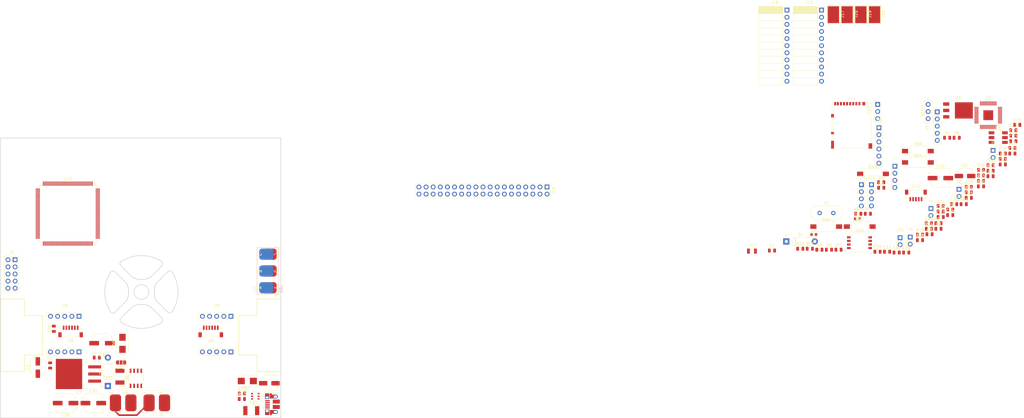
<source format=kicad_pcb>
(kicad_pcb (version 20171130) (host pcbnew 5.0.2+dfsg1-1)
  (layers (0 F.Cu signal) (31 B.Cu signal) (34 B.Paste user) (35 F.Paste user) (36 B.SilkS user) (37 F.SilkS user) (38 B.Mask user) (39 F.Mask user) (44 Edge.Cuts user))
  (net 0 "")
  (net 1 "Net-(U10-Pad1)")
  (net 2 /I2C_SDA)
  (net 3 /I2C_SCL)
  (net 4 GND)
  (net 5 "Net-(U10-Pad4)")
  (net 6 +3V3)
  (net 7 +BATT)
  (net 8 "Net-(C35-Pad1)")
  (net 9 "Net-(D7-Pad2)")
  (net 10 "Net-(F2-Pad2)")
  (net 11 +12V)
  (net 12 "Net-(F1-Pad1)")
  (net 13 "Net-(U6-Pad4)")
  (net 14 /ML_DIR)
  (net 15 /ML_PWM)
  (net 16 /ML_FLT)
  (net 17 "Net-(U6-Pad9)")
  (net 18 VDDA)
  (net 19 "Net-(U6-Pad8)")
  (net 20 "Net-(U5-Pad8)")
  (net 21 "Net-(U5-Pad9)")
  (net 22 /MR_FLT)
  (net 23 /MR_PWM)
  (net 24 /MR_DIR)
  (net 25 "Net-(U5-Pad4)")
  (net 26 "Net-(U11-Pad5)")
  (net 27 /BTN1)
  (net 28 "Net-(J12-Pad3)")
  (net 29 /USBD+)
  (net 30 /BTN0)
  (net 31 /SD_D1)
  (net 32 /CURR_SENS)
  (net 33 "Net-(R25-Pad2)")
  (net 34 /NRST)
  (net 35 /BOOT0)
  (net 36 "Net-(J12-Pad2)")
  (net 37 /USBD-)
  (net 38 /SD_D0)
  (net 39 /SD_D2)
  (net 40 "Net-(D6-Pad5)")
  (net 41 /LED_G)
  (net 42 /BTN2)
  (net 43 /SD_D3)
  (net 44 /SD_CMD)
  (net 45 "Net-(D6-Pad4)")
  (net 46 /LED_B)
  (net 47 /LED_R)
  (net 48 "Net-(D6-Pad6)")
  (net 49 /VOLT_SENS)
  (net 50 "Net-(D2-Pad2)")
  (net 51 "Net-(R6-Pad1)")
  (net 52 "Net-(D1-Pad2)")
  (net 53 +5V)
  (net 54 /BTN3)
  (net 55 "Net-(C7-Pad1)")
  (net 56 VBUS)
  (net 57 "Net-(C3-Pad1)")
  (net 58 /AIN23)
  (net 59 /AIN21)
  (net 60 /AIN19)
  (net 61 /AIN17)
  (net 62 /AIN15)
  (net 63 /AIN13)
  (net 64 /AIN11)
  (net 65 /AIN9)
  (net 66 /AIN7)
  (net 67 /AIN5)
  (net 68 /AIN3)
  (net 69 /AIN1)
  (net 70 /AMUL_C0)
  (net 71 /AMUL_C1)
  (net 72 /AMUL_C2)
  (net 73 /AMUL_C3)
  (net 74 /AMUL_CS)
  (net 75 /AMUL_WR)
  (net 76 /AIN2)
  (net 77 /AIN4)
  (net 78 /AIN6)
  (net 79 /AIN8)
  (net 80 /AIN10)
  (net 81 /AIN12)
  (net 82 /AIN14)
  (net 83 /AIN16)
  (net 84 /AIN18)
  (net 85 /AIN20)
  (net 86 /AIN22)
  (net 87 /AIN24)
  (net 88 /AIN26)
  (net 89 /AIN28)
  (net 90 /AIN30)
  (net 91 "Net-(U7-Pad40)")
  (net 92 /AMUL_1)
  (net 93 "Net-(U7-Pad42)")
  (net 94 /AMUL_0)
  (net 95 "Net-(U7-Pad44)")
  (net 96 /AIN31)
  (net 97 /AIN29)
  (net 98 /AIN27)
  (net 99 /AIN25)
  (net 100 "Net-(U13-Pad1)")
  (net 101 "Net-(U13-Pad2)")
  (net 102 "Net-(U13-Pad3)")
  (net 103 /LED_C0)
  (net 104 "Net-(U13-Pad5)")
  (net 105 "Net-(U13-Pad6)")
  (net 106 "Net-(U13-Pad7)")
  (net 107 "Net-(C32-Pad2)")
  (net 108 "Net-(C33-Pad1)")
  (net 109 "Net-(U13-Pad10)")
  (net 110 "Net-(U13-Pad11)")
  (net 111 "Net-(U13-Pad12)")
  (net 112 "Net-(U13-Pad13)")
  (net 113 "Net-(U13-Pad14)")
  (net 114 "Net-(U13-Pad15)")
  (net 115 "Net-(U13-Pad18)")
  (net 116 "Net-(U13-Pad19)")
  (net 117 "Net-(U13-Pad20)")
  (net 118 "Net-(C12-Pad1)")
  (net 119 "Net-(C13-Pad2)")
  (net 120 "Net-(U13-Pad26)")
  (net 121 /SPI_CS0)
  (net 122 /SPI_MISO)
  (net 123 /SPI_MOSI)
  (net 124 "Net-(U13-Pad32)")
  (net 125 "Net-(U13-Pad34)")
  (net 126 "Net-(U13-Pad35)")
  (net 127 /STL_RX)
  (net 128 /STL_TX)
  (net 129 /ML_E0)
  (net 130 /ML_E1)
  (net 131 "Net-(U13-Pad46)")
  (net 132 "Net-(U13-Pad47)")
  (net 133 /BOOT1)
  (net 134 "Net-(U13-Pad49)")
  (net 135 "Net-(U13-Pad50)")
  (net 136 /BTN4)
  (net 137 /BTN5)
  (net 138 "Net-(U13-Pad58)")
  (net 139 "Net-(U13-Pad59)")
  (net 140 "Net-(U13-Pad60)")
  (net 141 "Net-(U13-Pad63)")
  (net 142 "Net-(U13-Pad64)")
  (net 143 /ESC_PWM)
  (net 144 "Net-(U13-Pad68)")
  (net 145 /UART3_TX)
  (net 146 /UART3_RX)
  (net 147 "Net-(C14-Pad1)")
  (net 148 "Net-(U13-Pad73)")
  (net 149 /SPI_SCK)
  (net 150 "Net-(U13-Pad75)")
  (net 151 "Net-(U13-Pad76)")
  (net 152 "Net-(U13-Pad77)")
  (net 153 "Net-(U13-Pad78)")
  (net 154 "Net-(U13-Pad79)")
  (net 155 "Net-(U13-Pad80)")
  (net 156 /MR_E0)
  (net 157 /MR_E1)
  (net 158 "Net-(U13-Pad85)")
  (net 159 "Net-(U13-Pad86)")
  (net 160 "Net-(U13-Pad87)")
  (net 161 /UART6_TX)
  (net 162 /UART6_RX)
  (net 163 "Net-(U13-Pad100)")
  (net 164 "Net-(U13-Pad101)")
  (net 165 "Net-(U13-Pad102)")
  (net 166 /SWDIO)
  (net 167 "Net-(C15-Pad1)")
  (net 168 /SWCLK)
  (net 169 "Net-(U13-Pad110)")
  (net 170 /SD_CLK)
  (net 171 "Net-(U13-Pad114)")
  (net 172 "Net-(U13-Pad115)")
  (net 173 "Net-(U13-Pad117)")
  (net 174 "Net-(U13-Pad118)")
  (net 175 "Net-(U13-Pad119)")
  (net 176 "Net-(U13-Pad122)")
  (net 177 "Net-(U13-Pad123)")
  (net 178 "Net-(U13-Pad132)")
  (net 179 /SWO)
  (net 180 "Net-(U13-Pad134)")
  (net 181 "Net-(U13-Pad135)")
  (net 182 "Net-(U13-Pad139)")
  (net 183 "Net-(U13-Pad140)")
  (net 184 "Net-(U13-Pad141)")
  (net 185 "Net-(U13-Pad142)")
  (net 186 "Net-(U13-Pad143)")
  (net 187 "Net-(J12-Pad4)")
  (net 188 /SDA)
  (net 189 /SCL)
  (net 190 "Net-(J13-Pad2)")
  (net 191 "Net-(J13-Pad4)")
  (net 192 "Net-(J13-Pad38)")
  (net 193 "Net-(J14-Pad9)")
  (net 194 "Net-(J14-Pad10)")
  (net 195 /LB_GND)
  (net 196 /LB_3V3)
  (net 197 /LB_AMUL_C0)
  (net 198 /LB_AMUL_C1)
  (net 199 /LB_AMUL_C2)
  (net 200 /LB_AMUL_C3)
  (net 201 /LB_AMUL_CS)
  (net 202 /LB_AMUL_WR)
  (net 203 /LB_AMUL_1)
  (net 204 /LB_AMUL_0)
  (net 205 /LB_LED_C0)
  (net 206 "Net-(J21-Pad1)")
  (net 207 "Net-(J21-Pad3)")
  (net 208 "Net-(J21-Pad2)")
  (module linefollower:Soldered_pad_01x03_4x5 (layer B.Cu) (at 141.8 93.5 90)
    (fp_text reference J21 (at 2 -1.7 90) (layer B.SilkS) (effects (justify mirror)))
    (fp_text value ESC_MOTOR)
    (fp_text user C (at 14.4 -3.7 90) (layer B.SilkS) (effects (justify mirror)))
    (fp_text user B (at 8.4 -3.7 90) (layer B.SilkS) (effects (justify mirror)))
    (fp_text user A (at 2.5 -3.7 90) (layer B.SilkS) (effects (justify mirror)))
    (pad 3 smd roundrect (at 14.5 -7 90) (size 4 5) (layers B.Cu B.Paste B.Mask) (net 207 "Net-(J21-Pad3)"))
    (pad 2 smd roundrect (at 8.5 -7 90) (size 4 5) (layers B.Cu B.Paste B.Mask) (net 208 "Net-(J21-Pad2)"))
    (pad 1 smd roundrect (at 2.5 -7 90) (size 4 5) (layers B.Cu B.Paste B.Mask) (net 206 "Net-(J21-Pad1)"))
  )
  (module linefollower:Soldered_pad_01x03_4x5 (layer F.Cu) (at 129 93.5 90)
    (fp_text reference J22 (at 2 1.7 90) (layer F.SilkS))
    (fp_text value MOTOR_ESC)
    (fp_text user C (at 14.4 3.7 90) (layer F.SilkS))
    (fp_text user B (at 8.4 3.7 90) (layer F.SilkS))
    (fp_text user A (at 2.5 3.7 90) (layer F.SilkS))
    (pad 3 smd roundrect (at 14.5 7 90) (size 4 5) (layers F.Cu F.Paste F.Mask) (net 207 "Net-(J21-Pad3)"))
    (pad 2 smd roundrect (at 8.5 7 90) (size 4 5) (layers F.Cu F.Paste F.Mask) (net 208 "Net-(J21-Pad2)"))
    (pad 1 smd roundrect (at 2.5 7 90) (size 4 5) (layers F.Cu F.Paste F.Mask) (net 206 "Net-(J21-Pad1)"))
  )
  (module Connector_PinSocket_2.54mm:PinSocket_1x11_P2.54mm_Horizontal (layer F.Cu) (at 332.925001 -8.174999)
    (fp_text reference J15 (at -4.38 -2.77) (layer F.SilkS))
    (fp_text value Conn_linesens_Female)
    (pad 11 thru_hole oval (at 0 25.4) (size 1.7 1.7) (drill 1) (layers *.Cu *.Mask) (net 197 /LB_AMUL_C0))
    (pad 10 thru_hole oval (at 0 22.86) (size 1.7 1.7) (drill 1) (layers *.Cu *.Mask) (net 198 /LB_AMUL_C1))
    (pad 9 thru_hole oval (at 0 20.32) (size 1.7 1.7) (drill 1) (layers *.Cu *.Mask) (net 199 /LB_AMUL_C2))
    (pad 8 thru_hole oval (at 0 17.78) (size 1.7 1.7) (drill 1) (layers *.Cu *.Mask) (net 200 /LB_AMUL_C3))
    (pad 7 thru_hole oval (at 0 15.24) (size 1.7 1.7) (drill 1) (layers *.Cu *.Mask) (net 201 /LB_AMUL_CS))
    (pad 6 thru_hole oval (at 0 12.7) (size 1.7 1.7) (drill 1) (layers *.Cu *.Mask) (net 203 /LB_AMUL_1))
    (pad 5 thru_hole oval (at 0 10.16) (size 1.7 1.7) (drill 1) (layers *.Cu *.Mask) (net 204 /LB_AMUL_0))
    (pad 4 thru_hole oval (at 0 7.62) (size 1.7 1.7) (drill 1) (layers *.Cu *.Mask) (net 202 /LB_AMUL_WR))
    (pad 3 thru_hole oval (at 0 5.08) (size 1.7 1.7) (drill 1) (layers *.Cu *.Mask) (net 205 /LB_LED_C0))
    (pad 2 thru_hole oval (at 0 2.54) (size 1.7 1.7) (drill 1) (layers *.Cu *.Mask) (net 196 /LB_3V3))
    (pad 1 thru_hole rect (at 0 0) (size 1.7 1.7) (drill 1) (layers *.Cu *.Mask) (net 195 /LB_GND))
  )
  (module Connector_PinSocket_2.54mm:PinSocket_1x11_P2.54mm_Horizontal (layer F.Cu) (at 320.575001 -8.174999)
    (fp_text reference J16 (at -4.38 -2.77) (layer F.SilkS))
    (fp_text value Conn_linesens_Male)
    (pad 11 thru_hole oval (at 0 25.4) (size 1.7 1.7) (drill 1) (layers *.Cu *.Mask) (net 70 /AMUL_C0))
    (pad 10 thru_hole oval (at 0 22.86) (size 1.7 1.7) (drill 1) (layers *.Cu *.Mask) (net 71 /AMUL_C1))
    (pad 9 thru_hole oval (at 0 20.32) (size 1.7 1.7) (drill 1) (layers *.Cu *.Mask) (net 72 /AMUL_C2))
    (pad 8 thru_hole oval (at 0 17.78) (size 1.7 1.7) (drill 1) (layers *.Cu *.Mask) (net 73 /AMUL_C3))
    (pad 7 thru_hole oval (at 0 15.24) (size 1.7 1.7) (drill 1) (layers *.Cu *.Mask) (net 74 /AMUL_CS))
    (pad 6 thru_hole oval (at 0 12.7) (size 1.7 1.7) (drill 1) (layers *.Cu *.Mask) (net 92 /AMUL_1))
    (pad 5 thru_hole oval (at 0 10.16) (size 1.7 1.7) (drill 1) (layers *.Cu *.Mask) (net 94 /AMUL_0))
    (pad 4 thru_hole oval (at 0 7.62) (size 1.7 1.7) (drill 1) (layers *.Cu *.Mask) (net 75 /AMUL_WR))
    (pad 3 thru_hole oval (at 0 5.08) (size 1.7 1.7) (drill 1) (layers *.Cu *.Mask) (net 103 /LED_C0))
    (pad 2 thru_hole oval (at 0 2.54) (size 1.7 1.7) (drill 1) (layers *.Cu *.Mask) (net 6 +3V3))
    (pad 1 thru_hole rect (at 0 0) (size 1.7 1.7) (drill 1) (layers *.Cu *.Mask) (net 4 GND))
  )
  (module linefollower:Soldered_pad_01x01_4x6 (layer F.Cu) (at 349.850001 -3.549999)
    (fp_text reference J18 (at 5.2 -3.2 90) (layer F.SilkS))
    (fp_text value Conn_lineboard_Female_PWR1)
    (pad 1 smd rect (at 2 -3) (size 4 6) (layers F.Cu F.Paste F.Mask) (net 195 /LB_GND))
  )
  (module linefollower:Soldered_pad_01x01_4x6 (layer F.Cu) (at 344.950001 -3.549999)
    (fp_text reference J19 (at 5.2 -3.2 90) (layer F.SilkS))
    (fp_text value Conn_lineboard_Male_PWR0)
    (pad 1 smd rect (at 2 -3) (size 4 6) (layers F.Cu F.Paste F.Mask) (net 4 GND))
  )
  (module linefollower:Soldered_pad_01x01_4x6 (layer F.Cu) (at 340.050001 -3.549999)
    (fp_text reference J20 (at 5.2 -3.2 90) (layer F.SilkS))
    (fp_text value Conn_lineboard_Male_PWR0)
    (pad 1 smd rect (at 2 -3) (size 4 6) (layers F.Cu F.Paste F.Mask) (net 4 GND))
  )
  (module linefollower:Soldered_pad_01x01_4x6 (layer F.Cu) (at 335.150001 -3.549999)
    (fp_text reference J17 (at 5.2 -3.2 90) (layer F.SilkS))
    (fp_text value Conn_lineboard_Female_PWR0)
    (pad 1 smd rect (at 2 -3) (size 4 6) (layers F.Cu F.Paste F.Mask) (net 195 /LB_GND))
  )
  (module Button_Switch_SMD:SW_DIP_SPSTx04_Slide_KingTek_DSHP04TS_W7.62mm_P1.27mm (layer F.Cu) (at 346.465001 74.905001)
    (fp_text reference SW5 (at 0 -4.4) (layer F.SilkS))
    (fp_text value SW_DIP_x04)
    (pad 8 smd rect (at 3.81 -1.905) (size 1.27 0.76) (layers F.Cu F.Paste F.Mask) (net 35 /BOOT0))
    (pad 4 smd rect (at -3.81 1.905) (size 1.27 0.76) (layers F.Cu F.Paste F.Mask) (net 6 +3V3))
    (pad 7 smd rect (at 3.81 -0.635) (size 1.27 0.76) (layers F.Cu F.Paste F.Mask) (net 133 /BOOT1))
    (pad 3 smd rect (at -3.81 0.635) (size 1.27 0.76) (layers F.Cu F.Paste F.Mask) (net 6 +3V3))
    (pad 6 smd rect (at 3.81 0.635) (size 1.27 0.76) (layers F.Cu F.Paste F.Mask) (net 136 /BTN4))
    (pad 2 smd rect (at -3.81 -0.635) (size 1.27 0.76) (layers F.Cu F.Paste F.Mask) (net 6 +3V3))
    (pad 5 smd rect (at 3.81 1.905) (size 1.27 0.76) (layers F.Cu F.Paste F.Mask) (net 137 /BTN5))
    (pad 1 smd rect (at -3.81 -1.905) (size 1.27 0.76) (layers F.Cu F.Paste F.Mask) (net 6 +3V3))
  )
  (module Button_Switch_SMD:SW_SPST_FSMSM (layer F.Cu) (at 351.285001 50.315001)
    (fp_text reference SW3 (at 0 -2.6) (layer F.SilkS))
    (fp_text value uBTN_2)
    (pad 2 smd rect (at 4.59 0) (size 2.18 1.6) (layers F.Cu F.Paste F.Mask) (net 42 /BTN2))
    (pad 1 smd rect (at -4.59 0) (size 2.18 1.6) (layers F.Cu F.Paste F.Mask) (net 6 +3V3))
  )
  (module Button_Switch_SMD:SW_SPST_FSMSM (layer F.Cu) (at 334.595001 69.155001)
    (fp_text reference SW4 (at 0 -2.6) (layer F.SilkS))
    (fp_text value uBTN_3)
    (pad 2 smd rect (at 4.59 0) (size 2.18 1.6) (layers F.Cu F.Paste F.Mask) (net 54 /BTN3))
    (pad 1 smd rect (at -4.59 0) (size 2.18 1.6) (layers F.Cu F.Paste F.Mask) (net 6 +3V3))
  )
  (module Button_Switch_SMD:SW_SPST_FSMSM (layer F.Cu) (at 367.295001 42.185001)
    (fp_text reference SW6 (at 0 -2.6) (layer F.SilkS))
    (fp_text value " RST")
    (pad 2 smd rect (at 4.59 0) (size 2.18 1.6) (layers F.Cu F.Paste F.Mask) (net 34 /NRST))
    (pad 1 smd rect (at -4.59 0) (size 2.18 1.6) (layers F.Cu F.Paste F.Mask) (net 4 GND))
  )
  (module Button_Switch_SMD:SW_SPST_FSMSM (layer F.Cu) (at 346.545001 69.155001)
    (fp_text reference SW2 (at 0 -2.6) (layer F.SilkS))
    (fp_text value uBTN_1)
    (pad 2 smd rect (at 4.59 0) (size 2.18 1.6) (layers F.Cu F.Paste F.Mask) (net 27 /BTN1))
    (pad 1 smd rect (at -4.59 0) (size 2.18 1.6) (layers F.Cu F.Paste F.Mask) (net 6 +3V3))
  )
  (module Button_Switch_SMD:SW_SPST_FSMSM (layer F.Cu) (at 367.295001 46.235001)
    (fp_text reference SW1 (at 0 -2.6) (layer F.SilkS))
    (fp_text value uBTN_0)
    (pad 2 smd rect (at 4.59 0) (size 2.18 1.6) (layers F.Cu F.Paste F.Mask) (net 30 /BTN0))
    (pad 1 smd rect (at -4.59 0) (size 2.18 1.6) (layers F.Cu F.Paste F.Mask) (net 6 +3V3))
  )
  (module Capacitor_SMD:CP_Elec_5x5.3 (layer F.Cu) (at 135.9 125.1)
    (fp_text reference C11 (at 0 -3.7) (layer F.SilkS))
    (fp_text value 10uF)
    (pad 2 smd roundrect (at 2.2 0) (size 3 1.6) (layers F.Cu F.Paste F.Mask) (roundrect_rratio 0.15625) (net 4 GND))
    (pad 1 smd roundrect (at -2.2 0) (size 3 1.6) (layers F.Cu F.Paste F.Mask) (roundrect_rratio 0.15625) (net 56 VBUS))
  )
  (module Capacitor_SMD:CP_Elec_5x5.3 (layer F.Cu) (at 53.3 119.5 90)
    (fp_text reference C1 (at 0 -3.7 90) (layer F.SilkS))
    (fp_text value 10uF)
    (pad 2 smd roundrect (at 2.2 0 90) (size 3 1.6) (layers F.Cu F.Paste F.Mask) (roundrect_rratio 0.15625) (net 4 GND))
    (pad 1 smd roundrect (at -2.2 0 90) (size 3 1.6) (layers F.Cu F.Paste F.Mask) (roundrect_rratio 0.15625) (net 11 +12V))
  )
  (module Capacitor_SMD:CP_Elec_5x5.3 (layer F.Cu) (at 384.135001 51.085001)
    (fp_text reference C2 (at 0 -3.7) (layer F.SilkS))
    (fp_text value 10uF)
    (pad 2 smd roundrect (at 2.2 0) (size 3 1.6) (layers F.Cu F.Paste F.Mask) (roundrect_rratio 0.15625) (net 4 GND))
    (pad 1 smd roundrect (at -2.2 0) (size 3 1.6) (layers F.Cu F.Paste F.Mask) (roundrect_rratio 0.15625) (net 53 +5V))
  )
  (module Capacitor_SMD:CP_Elec_6.3x5.4 (layer F.Cu) (at 63.2 132.2 180)
    (fp_text reference C36 (at 0 -4.35 180) (layer F.SilkS))
    (fp_text value 100uF)
    (pad 2 smd roundrect (at 2.8 0 180) (size 3.5 1.6) (layers F.Cu F.Paste F.Mask) (roundrect_rratio 0.15625) (net 4 GND))
    (pad 1 smd roundrect (at -2.8 0 180) (size 3.5 1.6) (layers F.Cu F.Paste F.Mask) (roundrect_rratio 0.15625) (net 8 "Net-(C35-Pad1)"))
  )
  (module Capacitor_SMD:CP_Elec_6.3x5.4 (layer F.Cu) (at 73.1 132.2)
    (fp_text reference C35 (at 0 -4.35) (layer F.SilkS))
    (fp_text value 100uF)
    (pad 2 smd roundrect (at 2.8 0) (size 3.5 1.6) (layers F.Cu F.Paste F.Mask) (roundrect_rratio 0.15625) (net 4 GND))
    (pad 1 smd roundrect (at -2.8 0) (size 3.5 1.6) (layers F.Cu F.Paste F.Mask) (roundrect_rratio 0.15625) (net 8 "Net-(C35-Pad1)"))
  )
  (module Capacitor_SMD:CP_Elec_6.3x5.4 (layer F.Cu) (at 375.335001 51.835001)
    (fp_text reference C10 (at 0 -4.35) (layer F.SilkS))
    (fp_text value 100uF)
    (pad 2 smd roundrect (at 2.8 0) (size 3.5 1.6) (layers F.Cu F.Paste F.Mask) (roundrect_rratio 0.15625) (net 4 GND))
    (pad 1 smd roundrect (at -2.8 0) (size 3.5 1.6) (layers F.Cu F.Paste F.Mask) (roundrect_rratio 0.15625) (net 6 +3V3))
  )
  (module Capacitor_SMD:CP_Elec_6.3x5.4 (layer F.Cu) (at 76.2 110.8 180)
    (fp_text reference C9 (at 0 -4.35 180) (layer F.SilkS))
    (fp_text value 100uF)
    (pad 2 smd roundrect (at 2.8 0 180) (size 3.5 1.6) (layers F.Cu F.Paste F.Mask) (roundrect_rratio 0.15625) (net 4 GND))
    (pad 1 smd roundrect (at -2.8 0 180) (size 3.5 1.6) (layers F.Cu F.Paste F.Mask) (roundrect_rratio 0.15625) (net 55 "Net-(C7-Pad1)"))
  )
  (module Capacitor_SMD:C_0805_2012Metric (layer F.Cu) (at 401.345001 34.755001)
    (fp_text reference C13 (at 0 -1.65) (layer F.SilkS))
    (fp_text value 22pF)
    (pad 2 smd roundrect (at 0.9375 0) (size 0.975 1.4) (layers F.Cu F.Paste F.Mask) (net 119 "Net-(C13-Pad2)"))
    (pad 1 smd roundrect (at -0.9375 0) (size 0.975 1.4) (layers F.Cu F.Paste F.Mask) (net 4 GND))
  )
  (module Capacitor_SMD:C_0805_2012Metric (layer F.Cu) (at 389.815001 48.935001)
    (fp_text reference C21 (at 0 -1.65) (layer F.SilkS))
    (fp_text value 100nF)
    (pad 2 smd roundrect (at 0.9375 0) (size 0.975 1.4) (layers F.Cu F.Paste F.Mask) (net 6 +3V3))
    (pad 1 smd roundrect (at -0.9375 0) (size 0.975 1.4) (layers F.Cu F.Paste F.Mask) (net 4 GND))
  )
  (module Capacitor_SMD:C_0805_2012Metric (layer F.Cu) (at 402.745001 32.805001)
    (fp_text reference C18 (at 0 -1.65) (layer F.SilkS))
    (fp_text value 100nF)
    (pad 2 smd roundrect (at 0.9375 0) (size 0.975 1.4) (layers F.Cu F.Paste F.Mask) (net 6 +3V3))
    (pad 1 smd roundrect (at -0.9375 0) (size 0.975 1.4) (layers F.Cu F.Paste F.Mask) (net 4 GND))
  )
  (module Capacitor_SMD:C_0805_2012Metric (layer F.Cu) (at 356.305001 78.115001)
    (fp_text reference C17 (at 0 -1.65) (layer F.SilkS))
    (fp_text value 100nF)
    (pad 2 smd roundrect (at 0.9375 0) (size 0.975 1.4) (layers F.Cu F.Paste F.Mask) (net 6 +3V3))
    (pad 1 smd roundrect (at -0.9375 0) (size 0.975 1.4) (layers F.Cu F.Paste F.Mask) (net 4 GND))
  )
  (module Capacitor_SMD:C_0805_2012Metric (layer F.Cu) (at 380.235001 61.135001)
    (fp_text reference C16 (at 0 -1.65) (layer F.SilkS))
    (fp_text value 100nF)
    (pad 2 smd roundrect (at 0.9375 0) (size 0.975 1.4) (layers F.Cu F.Paste F.Mask) (net 34 /NRST))
    (pad 1 smd roundrect (at -0.9375 0) (size 0.975 1.4) (layers F.Cu F.Paste F.Mask) (net 4 GND))
  )
  (module Capacitor_SMD:C_0805_2012Metric (layer F.Cu) (at 385.465001 58.885001)
    (fp_text reference C15 (at 0 -1.65) (layer F.SilkS))
    (fp_text value 2.2uF)
    (pad 2 smd roundrect (at 0.9375 0) (size 0.975 1.4) (layers F.Cu F.Paste F.Mask) (net 4 GND))
    (pad 1 smd roundrect (at -0.9375 0) (size 0.975 1.4) (layers F.Cu F.Paste F.Mask) (net 167 "Net-(C15-Pad1)"))
  )
  (module Capacitor_SMD:C_0805_2012Metric (layer F.Cu) (at 378.835001 65.035001)
    (fp_text reference C14 (at 0 -1.65) (layer F.SilkS))
    (fp_text value 2.2uF)
    (pad 2 smd roundrect (at 0.9375 0) (size 0.975 1.4) (layers F.Cu F.Paste F.Mask) (net 4 GND))
    (pad 1 smd roundrect (at -0.9375 0) (size 0.975 1.4) (layers F.Cu F.Paste F.Mask) (net 147 "Net-(C14-Pad1)"))
  )
  (module Capacitor_SMD:C_0805_2012Metric (layer F.Cu) (at 401.005001 43.055001)
    (fp_text reference C12 (at 0 -1.65) (layer F.SilkS))
    (fp_text value 22pF)
    (pad 2 smd roundrect (at 0.9375 0) (size 0.975 1.4) (layers F.Cu F.Paste F.Mask) (net 4 GND))
    (pad 1 smd roundrect (at -0.9375 0) (size 0.975 1.4) (layers F.Cu F.Paste F.Mask) (net 118 "Net-(C12-Pad1)"))
  )
  (module Capacitor_SMD:C_0805_2012Metric (layer F.Cu) (at 371.455001 71.885001)
    (fp_text reference C8 (at 0 -1.65) (layer F.SilkS))
    (fp_text value 100nF)
    (pad 2 smd roundrect (at 0.9375 0) (size 0.975 1.4) (layers F.Cu F.Paste F.Mask) (net 4 GND))
    (pad 1 smd roundrect (at -0.9375 0) (size 0.975 1.4) (layers F.Cu F.Paste F.Mask) (net 6 +3V3))
  )
  (module Capacitor_SMD:C_0805_2012Metric (layer F.Cu) (at 74.35 115.95 180)
    (fp_text reference C7 (at 0 -1.65 180) (layer F.SilkS))
    (fp_text value 100nF)
    (pad 2 smd roundrect (at 0.9375 0 180) (size 0.975 1.4) (layers F.Cu F.Paste F.Mask) (net 4 GND))
    (pad 1 smd roundrect (at -0.9375 0 180) (size 0.975 1.4) (layers F.Cu F.Paste F.Mask) (net 55 "Net-(C7-Pad1)"))
  )
  (module Capacitor_SMD:C_0805_2012Metric (layer F.Cu) (at 374.635001 69.935001)
    (fp_text reference C3 (at 0 -1.65) (layer F.SilkS))
    (fp_text value 1nF)
    (pad 2 smd roundrect (at 0.9375 0) (size 0.975 1.4) (layers F.Cu F.Paste F.Mask) (net 4 GND))
    (pad 1 smd roundrect (at -0.9375 0) (size 0.975 1.4) (layers F.Cu F.Paste F.Mask) (net 57 "Net-(C3-Pad1)"))
  )
  (module Capacitor_SMD:C_0805_2012Metric (layer F.Cu) (at 393.225001 51.155001)
    (fp_text reference C4 (at 0 -1.65) (layer F.SilkS))
    (fp_text value 100nF)
    (pad 2 smd roundrect (at 0.9375 0) (size 0.975 1.4) (layers F.Cu F.Paste F.Mask) (net 53 +5V))
    (pad 1 smd roundrect (at -0.9375 0) (size 0.975 1.4) (layers F.Cu F.Paste F.Mask) (net 4 GND))
  )
  (module Capacitor_SMD:C_0805_2012Metric (layer F.Cu) (at 354.215001 55.265001)
    (fp_text reference C6 (at 0 -1.65) (layer F.SilkS))
    (fp_text value 100nF)
    (pad 2 smd roundrect (at 0.9375 0) (size 0.975 1.4) (layers F.Cu F.Paste F.Mask) (net 4 GND))
    (pad 1 smd roundrect (at -0.9375 0) (size 0.975 1.4) (layers F.Cu F.Paste F.Mask) (net 53 +5V))
  )
  (module Capacitor_SMD:C_0805_2012Metric (layer F.Cu) (at 57.7 118.75 90)
    (fp_text reference C5 (at 2.3 -0.05 180) (layer F.SilkS))
    (fp_text value 100nF)
    (pad 2 smd roundrect (at 0.9375 0 90) (size 0.975 1.4) (layers F.Cu F.Paste F.Mask) (net 4 GND))
    (pad 1 smd roundrect (at -0.9375 0 90) (size 0.975 1.4) (layers F.Cu F.Paste F.Mask) (net 11 +12V))
  )
  (module Capacitor_SMD:C_0805_2012Metric (layer F.Cu) (at 371.225001 67.985001)
    (fp_text reference C19 (at 0 -1.65) (layer F.SilkS))
    (fp_text value 100nF)
    (pad 2 smd roundrect (at 0.9375 0) (size 0.975 1.4) (layers F.Cu F.Paste F.Mask) (net 6 +3V3))
    (pad 1 smd roundrect (at -0.9375 0) (size 0.975 1.4) (layers F.Cu F.Paste F.Mask) (net 4 GND))
  )
  (module Capacitor_SMD:C_0805_2012Metric (layer F.Cu) (at 389.815001 50.885001)
    (fp_text reference C24 (at 0 -1.65) (layer F.SilkS))
    (fp_text value 100nF)
    (pad 2 smd roundrect (at 0.9375 0) (size 0.975 1.4) (layers F.Cu F.Paste F.Mask) (net 6 +3V3))
    (pad 1 smd roundrect (at -0.9375 0) (size 0.975 1.4) (layers F.Cu F.Paste F.Mask) (net 4 GND))
  )
  (module Capacitor_SMD:C_0805_2012Metric (layer F.Cu) (at 393.225001 47.255001)
    (fp_text reference C25 (at 0 -1.65) (layer F.SilkS))
    (fp_text value 100nF)
    (pad 2 smd roundrect (at 0.9375 0) (size 0.975 1.4) (layers F.Cu F.Paste F.Mask) (net 6 +3V3))
    (pad 1 smd roundrect (at -0.9375 0) (size 0.975 1.4) (layers F.Cu F.Paste F.Mask) (net 4 GND))
  )
  (module Capacitor_SMD:C_0805_2012Metric (layer F.Cu) (at 397.595001 43.055001)
    (fp_text reference C26 (at 0 -1.65) (layer F.SilkS))
    (fp_text value 100nF)
    (pad 2 smd roundrect (at 0.9375 0) (size 0.975 1.4) (layers F.Cu F.Paste F.Mask) (net 6 +3V3))
    (pad 1 smd roundrect (at -0.9375 0) (size 0.975 1.4) (layers F.Cu F.Paste F.Mask) (net 4 GND))
  )
  (module Capacitor_SMD:C_0805_2012Metric (layer F.Cu) (at 401.005001 41.105001)
    (fp_text reference C23 (at 0 -1.65) (layer F.SilkS))
    (fp_text value 100nF)
    (pad 2 smd roundrect (at 0.9375 0) (size 0.975 1.4) (layers F.Cu F.Paste F.Mask) (net 6 +3V3))
    (pad 1 smd roundrect (at -0.9375 0) (size 0.975 1.4) (layers F.Cu F.Paste F.Mask) (net 4 GND))
  )
  (module Capacitor_SMD:C_0805_2012Metric (layer F.Cu) (at 401.345001 38.655001)
    (fp_text reference C22 (at 0 -1.65) (layer F.SilkS))
    (fp_text value 100nF)
    (pad 2 smd roundrect (at 0.9375 0) (size 0.975 1.4) (layers F.Cu F.Paste F.Mask) (net 6 +3V3))
    (pad 1 smd roundrect (at -0.9375 0) (size 0.975 1.4) (layers F.Cu F.Paste F.Mask) (net 4 GND))
  )
  (module Capacitor_SMD:C_0805_2012Metric (layer F.Cu) (at 363.125001 78.415001)
    (fp_text reference C20 (at 0 -1.65) (layer F.SilkS))
    (fp_text value 100nF)
    (pad 2 smd roundrect (at 0.9375 0) (size 0.975 1.4) (layers F.Cu F.Paste F.Mask) (net 6 +3V3))
    (pad 1 smd roundrect (at -0.9375 0) (size 0.975 1.4) (layers F.Cu F.Paste F.Mask) (net 4 GND))
  )
  (module Capacitor_SMD:C_0805_2012Metric (layer F.Cu) (at 375.425001 65.735001)
    (fp_text reference C27 (at 0 -1.65) (layer F.SilkS))
    (fp_text value 100nF)
    (pad 2 smd roundrect (at 0.9375 0) (size 0.975 1.4) (layers F.Cu F.Paste F.Mask) (net 6 +3V3))
    (pad 1 smd roundrect (at -0.9375 0) (size 0.975 1.4) (layers F.Cu F.Paste F.Mask) (net 4 GND))
  )
  (module Capacitor_SMD:C_0805_2012Metric (layer F.Cu) (at 378.835001 63.085001)
    (fp_text reference C28 (at 0 -1.65) (layer F.SilkS))
    (fp_text value 100nF)
    (pad 2 smd roundrect (at 0.9375 0) (size 0.975 1.4) (layers F.Cu F.Paste F.Mask) (net 6 +3V3))
    (pad 1 smd roundrect (at -0.9375 0) (size 0.975 1.4) (layers F.Cu F.Paste F.Mask) (net 4 GND))
  )
  (module Capacitor_SMD:C_0805_2012Metric (layer F.Cu) (at 352.895001 78.115001)
    (fp_text reference C29 (at 0 -1.65) (layer F.SilkS))
    (fp_text value 100nF)
    (pad 2 smd roundrect (at 0.9375 0) (size 0.975 1.4) (layers F.Cu F.Paste F.Mask) (net 6 +3V3))
    (pad 1 smd roundrect (at -0.9375 0) (size 0.975 1.4) (layers F.Cu F.Paste F.Mask) (net 4 GND))
  )
  (module Capacitor_SMD:C_0805_2012Metric (layer F.Cu) (at 375.425001 63.785001)
    (fp_text reference C30 (at 0 -1.65) (layer F.SilkS))
    (fp_text value 4.7uF)
    (pad 2 smd roundrect (at 0.9375 0) (size 0.975 1.4) (layers F.Cu F.Paste F.Mask) (net 6 +3V3))
    (pad 1 smd roundrect (at -0.9375 0) (size 0.975 1.4) (layers F.Cu F.Paste F.Mask) (net 4 GND))
  )
  (module Capacitor_SMD:C_0805_2012Metric (layer F.Cu) (at 359.715001 78.415001)
    (fp_text reference C31 (at 0 -1.65) (layer F.SilkS))
    (fp_text value 1uF)
    (pad 2 smd roundrect (at 0.9375 0) (size 0.975 1.4) (layers F.Cu F.Paste F.Mask) (net 4 GND))
    (pad 1 smd roundrect (at -0.9375 0) (size 0.975 1.4) (layers F.Cu F.Paste F.Mask) (net 6 +3V3))
  )
  (module Capacitor_SMD:C_0805_2012Metric (layer F.Cu) (at 401.345001 36.705001)
    (fp_text reference C32 (at 0 -1.65) (layer F.SilkS))
    (fp_text value 6.8pF)
    (pad 2 smd roundrect (at 0.9375 0) (size 0.975 1.4) (layers F.Cu F.Paste F.Mask) (net 107 "Net-(C32-Pad2)"))
    (pad 1 smd roundrect (at -0.9375 0) (size 0.975 1.4) (layers F.Cu F.Paste F.Mask) (net 4 GND))
  )
  (module Capacitor_SMD:C_0805_2012Metric (layer F.Cu) (at 397.595001 46.955001)
    (fp_text reference C33 (at 0 -1.65) (layer F.SilkS))
    (fp_text value 6.8pF)
    (pad 2 smd roundrect (at 0.9375 0) (size 0.975 1.4) (layers F.Cu F.Paste F.Mask) (net 4 GND))
    (pad 1 smd roundrect (at -0.9375 0) (size 0.975 1.4) (layers F.Cu F.Paste F.Mask) (net 108 "Net-(C33-Pad1)"))
  )
  (module Capacitor_SMD:C_0805_2012Metric (layer F.Cu) (at 375.425001 61.835001)
    (fp_text reference C34 (at 0 -1.65) (layer F.SilkS))
    (fp_text value 1uF)
    (pad 2 smd roundrect (at 0.9375 0) (size 0.975 1.4) (layers F.Cu F.Paste F.Mask) (net 4 GND))
    (pad 1 smd roundrect (at -0.9375 0) (size 0.975 1.4) (layers F.Cu F.Paste F.Mask) (net 32 /CURR_SENS))
  )
  (module Connector_Card:microSD_HC_Hirose_DM3AT-SF-PEJM5 (layer F.Cu) (at 343.665001 32.975001)
    (fp_text reference J14 (at -0.075 -9.525) (layer F.SilkS))
    (fp_text value Micro_SD_Card_Det)
    (pad 11 smd rect (at 6.675 7.375) (size 1.3 1.9) (layers F.Cu F.Paste F.Mask) (net 4 GND))
    (pad 11 smd rect (at -6.825 6.925) (size 1 2.8) (layers F.Cu F.Paste F.Mask) (net 4 GND))
    (pad 10 smd rect (at -6.825 2.775) (size 1 0.8) (layers F.Cu F.Paste F.Mask) (net 194 "Net-(J14-Pad10)"))
    (pad 11 smd rect (at -6.825 -3.425) (size 1 1.2) (layers F.Cu F.Paste F.Mask) (net 4 GND))
    (pad 11 smd rect (at 4.325 -7.725) (size 1 1.2) (layers F.Cu F.Paste F.Mask) (net 4 GND))
    (pad 7 smd rect (at -3.825 -7.725) (size 0.7 1.2) (layers F.Cu F.Paste F.Mask) (net 38 /SD_D0))
    (pad 6 smd rect (at -2.725 -7.725) (size 0.7 1.2) (layers F.Cu F.Paste F.Mask) (net 4 GND))
    (pad 5 smd rect (at -1.625 -7.725) (size 0.7 1.2) (layers F.Cu F.Paste F.Mask) (net 170 /SD_CLK))
    (pad 4 smd rect (at -0.525 -7.725) (size 0.7 1.2) (layers F.Cu F.Paste F.Mask) (net 6 +3V3))
    (pad 3 smd rect (at 0.575 -7.725) (size 0.7 1.2) (layers F.Cu F.Paste F.Mask) (net 44 /SD_CMD))
    (pad 2 smd rect (at 1.675 -7.725) (size 0.7 1.2) (layers F.Cu F.Paste F.Mask) (net 43 /SD_D3))
    (pad 1 smd rect (at 2.775 -7.725) (size 0.7 1.2) (layers F.Cu F.Paste F.Mask) (net 39 /SD_D2))
    (pad 8 smd rect (at -4.925 -7.725) (size 0.7 1.2) (layers F.Cu F.Paste F.Mask) (net 31 /SD_D1))
    (pad 9 smd rect (at -5.875 -7.725) (size 0.7 1.2) (layers F.Cu F.Paste F.Mask) (net 193 "Net-(J14-Pad9)"))
  )
  (module Connector_JST:JST_SH_BM05B-SRSS-TB_1x05-1MP_P1.00mm_Vertical (layer F.Cu) (at 366.595001 58.035001)
    (fp_text reference U12 (at 0 -3.3) (layer F.SilkS))
    (fp_text value UM7)
    (pad MP smd roundrect (at 3.3 -1.2) (size 1.2 1.8) (layers F.Cu F.Paste F.Mask) (roundrect_rratio 0.208333))
    (pad MP smd roundrect (at -3.3 -1.2) (size 1.2 1.8) (layers F.Cu F.Paste F.Mask) (roundrect_rratio 0.208333))
    (pad 5 smd roundrect (at 2 1.325) (size 0.6 1.55) (layers F.Cu F.Paste F.Mask) (net 4 GND))
    (pad 4 smd roundrect (at 1 1.325) (size 0.6 1.55) (layers F.Cu F.Paste F.Mask) (net 6 +3V3))
    (pad 3 smd roundrect (at 0 1.325) (size 0.6 1.55) (layers F.Cu F.Paste F.Mask) (net 53 +5V))
    (pad 2 smd roundrect (at -1 1.325) (size 0.6 1.55) (layers F.Cu F.Paste F.Mask) (net 146 /UART3_RX))
    (pad 1 smd roundrect (at -2 1.325) (size 0.6 1.55) (layers F.Cu F.Paste F.Mask) (net 145 /UART3_TX))
  )
  (module Connector_JST:JST_SH_BM06B-SRSS-TB_1x06-1MP_P1.00mm_Vertical (layer F.Cu) (at 65 106.6 180)
    (fp_text reference U9 (at 0 -3.3 180) (layer F.SilkS))
    (fp_text value M_L)
    (pad MP smd roundrect (at 3.8 -1.2 180) (size 1.2 1.8) (layers F.Cu F.Paste F.Mask) (roundrect_rratio 0.208333))
    (pad MP smd roundrect (at -3.8 -1.2 180) (size 1.2 1.8) (layers F.Cu F.Paste F.Mask) (roundrect_rratio 0.208333))
    (pad 6 smd roundrect (at 2.5 1.325 180) (size 0.6 1.55) (layers F.Cu F.Paste F.Mask) (net 4 GND))
    (pad 5 smd roundrect (at 1.5 1.325 180) (size 0.6 1.55) (layers F.Cu F.Paste F.Mask) (net 130 /ML_E1))
    (pad 4 smd roundrect (at 0.5 1.325 180) (size 0.6 1.55) (layers F.Cu F.Paste F.Mask) (net 129 /ML_E0))
    (pad 3 smd roundrect (at -0.5 1.325 180) (size 0.6 1.55) (layers F.Cu F.Paste F.Mask) (net 6 +3V3))
    (pad 2 smd roundrect (at -1.5 1.325 180) (size 0.6 1.55) (layers F.Cu F.Paste F.Mask) (net 19 "Net-(U6-Pad8)"))
    (pad 1 smd roundrect (at -2.5 1.325 180) (size 0.6 1.55) (layers F.Cu F.Paste F.Mask) (net 17 "Net-(U6-Pad9)"))
  )
  (module Connector_JST:JST_SH_BM06B-SRSS-TB_1x06-1MP_P1.00mm_Vertical (layer F.Cu) (at 115 106.6 180)
    (fp_text reference U8 (at 0 -3.3 180) (layer F.SilkS))
    (fp_text value M_R)
    (pad MP smd roundrect (at 3.8 -1.2 180) (size 1.2 1.8) (layers F.Cu F.Paste F.Mask) (roundrect_rratio 0.208333))
    (pad MP smd roundrect (at -3.8 -1.2 180) (size 1.2 1.8) (layers F.Cu F.Paste F.Mask) (roundrect_rratio 0.208333))
    (pad 6 smd roundrect (at 2.5 1.325 180) (size 0.6 1.55) (layers F.Cu F.Paste F.Mask) (net 4 GND))
    (pad 5 smd roundrect (at 1.5 1.325 180) (size 0.6 1.55) (layers F.Cu F.Paste F.Mask) (net 157 /MR_E1))
    (pad 4 smd roundrect (at 0.5 1.325 180) (size 0.6 1.55) (layers F.Cu F.Paste F.Mask) (net 156 /MR_E0))
    (pad 3 smd roundrect (at -0.5 1.325 180) (size 0.6 1.55) (layers F.Cu F.Paste F.Mask) (net 6 +3V3))
    (pad 2 smd roundrect (at -1.5 1.325 180) (size 0.6 1.55) (layers F.Cu F.Paste F.Mask) (net 20 "Net-(U5-Pad8)"))
    (pad 1 smd roundrect (at -2.5 1.325 180) (size 0.6 1.55) (layers F.Cu F.Paste F.Mask) (net 21 "Net-(U5-Pad9)"))
  )
  (module Connector_PinHeader_2.54mm:PinHeader_2x19_P2.54mm_Vertical (layer F.Cu) (at 235 55 270)
    (fp_text reference J13 (at 1.27 -2.33 270) (layer F.SilkS))
    (fp_text value LINE_SENS)
    (pad 38 thru_hole oval (at 2.54 45.72 270) (size 1.7 1.7) (drill 1) (layers *.Cu *.Mask) (net 192 "Net-(J13-Pad38)"))
    (pad 37 thru_hole oval (at 0 45.72 270) (size 1.7 1.7) (drill 1) (layers *.Cu *.Mask) (net 96 /AIN31))
    (pad 36 thru_hole oval (at 2.54 43.18 270) (size 1.7 1.7) (drill 1) (layers *.Cu *.Mask) (net 90 /AIN30))
    (pad 35 thru_hole oval (at 0 43.18 270) (size 1.7 1.7) (drill 1) (layers *.Cu *.Mask) (net 97 /AIN29))
    (pad 34 thru_hole oval (at 2.54 40.64 270) (size 1.7 1.7) (drill 1) (layers *.Cu *.Mask) (net 89 /AIN28))
    (pad 33 thru_hole oval (at 0 40.64 270) (size 1.7 1.7) (drill 1) (layers *.Cu *.Mask) (net 98 /AIN27))
    (pad 32 thru_hole oval (at 2.54 38.1 270) (size 1.7 1.7) (drill 1) (layers *.Cu *.Mask) (net 88 /AIN26))
    (pad 31 thru_hole oval (at 0 38.1 270) (size 1.7 1.7) (drill 1) (layers *.Cu *.Mask) (net 99 /AIN25))
    (pad 30 thru_hole oval (at 2.54 35.56 270) (size 1.7 1.7) (drill 1) (layers *.Cu *.Mask) (net 87 /AIN24))
    (pad 29 thru_hole oval (at 0 35.56 270) (size 1.7 1.7) (drill 1) (layers *.Cu *.Mask) (net 58 /AIN23))
    (pad 28 thru_hole oval (at 2.54 33.02 270) (size 1.7 1.7) (drill 1) (layers *.Cu *.Mask) (net 86 /AIN22))
    (pad 27 thru_hole oval (at 0 33.02 270) (size 1.7 1.7) (drill 1) (layers *.Cu *.Mask) (net 59 /AIN21))
    (pad 26 thru_hole oval (at 2.54 30.48 270) (size 1.7 1.7) (drill 1) (layers *.Cu *.Mask) (net 85 /AIN20))
    (pad 25 thru_hole oval (at 0 30.48 270) (size 1.7 1.7) (drill 1) (layers *.Cu *.Mask) (net 60 /AIN19))
    (pad 24 thru_hole oval (at 2.54 27.94 270) (size 1.7 1.7) (drill 1) (layers *.Cu *.Mask) (net 84 /AIN18))
    (pad 23 thru_hole oval (at 0 27.94 270) (size 1.7 1.7) (drill 1) (layers *.Cu *.Mask) (net 61 /AIN17))
    (pad 22 thru_hole oval (at 2.54 25.4 270) (size 1.7 1.7) (drill 1) (layers *.Cu *.Mask) (net 83 /AIN16))
    (pad 21 thru_hole oval (at 0 25.4 270) (size 1.7 1.7) (drill 1) (layers *.Cu *.Mask) (net 62 /AIN15))
    (pad 20 thru_hole oval (at 2.54 22.86 270) (size 1.7 1.7) (drill 1) (layers *.Cu *.Mask) (net 82 /AIN14))
    (pad 19 thru_hole oval (at 0 22.86 270) (size 1.7 1.7) (drill 1) (layers *.Cu *.Mask) (net 63 /AIN13))
    (pad 18 thru_hole oval (at 2.54 20.32 270) (size 1.7 1.7) (drill 1) (layers *.Cu *.Mask) (net 81 /AIN12))
    (pad 17 thru_hole oval (at 0 20.32 270) (size 1.7 1.7) (drill 1) (layers *.Cu *.Mask) (net 64 /AIN11))
    (pad 16 thru_hole oval (at 2.54 17.78 270) (size 1.7 1.7) (drill 1) (layers *.Cu *.Mask) (net 80 /AIN10))
    (pad 15 thru_hole oval (at 0 17.78 270) (size 1.7 1.7) (drill 1) (layers *.Cu *.Mask) (net 65 /AIN9))
    (pad 14 thru_hole oval (at 2.54 15.24 270) (size 1.7 1.7) (drill 1) (layers *.Cu *.Mask) (net 79 /AIN8))
    (pad 13 thru_hole oval (at 0 15.24 270) (size 1.7 1.7) (drill 1) (layers *.Cu *.Mask) (net 66 /AIN7))
    (pad 12 thru_hole oval (at 2.54 12.7 270) (size 1.7 1.7) (drill 1) (layers *.Cu *.Mask) (net 78 /AIN6))
    (pad 11 thru_hole oval (at 0 12.7 270) (size 1.7 1.7) (drill 1) (layers *.Cu *.Mask) (net 67 /AIN5))
    (pad 10 thru_hole oval (at 2.54 10.16 270) (size 1.7 1.7) (drill 1) (layers *.Cu *.Mask) (net 77 /AIN4))
    (pad 9 thru_hole oval (at 0 10.16 270) (size 1.7 1.7) (drill 1) (layers *.Cu *.Mask) (net 68 /AIN3))
    (pad 8 thru_hole oval (at 2.54 7.62 270) (size 1.7 1.7) (drill 1) (layers *.Cu *.Mask) (net 76 /AIN2))
    (pad 7 thru_hole oval (at 0 7.62 270) (size 1.7 1.7) (drill 1) (layers *.Cu *.Mask) (net 69 /AIN1))
    (pad 6 thru_hole oval (at 2.54 5.08 270) (size 1.7 1.7) (drill 1) (layers *.Cu *.Mask) (net 205 /LB_LED_C0))
    (pad 5 thru_hole oval (at 0 5.08 270) (size 1.7 1.7) (drill 1) (layers *.Cu *.Mask) (net 205 /LB_LED_C0))
    (pad 4 thru_hole oval (at 2.54 2.54 270) (size 1.7 1.7) (drill 1) (layers *.Cu *.Mask) (net 191 "Net-(J13-Pad4)"))
    (pad 3 thru_hole oval (at 0 2.54 270) (size 1.7 1.7) (drill 1) (layers *.Cu *.Mask) (net 196 /LB_3V3))
    (pad 2 thru_hole oval (at 2.54 0 270) (size 1.7 1.7) (drill 1) (layers *.Cu *.Mask) (net 190 "Net-(J13-Pad2)"))
    (pad 1 thru_hole rect (at 0 0 270) (size 1.7 1.7) (drill 1) (layers *.Cu *.Mask) (net 195 /LB_GND))
  )
  (module Connector_PinSocket_2.54mm:PinSocket_1x02_P2.54mm_Vertical (layer F.Cu) (at 371.945001 62.685001)
    (fp_text reference J4 (at 0 -2.77) (layer F.SilkS))
    (fp_text value 5v)
    (pad 2 thru_hole oval (at 0 2.54) (size 1.7 1.7) (drill 1) (layers *.Cu *.Mask) (net 4 GND))
    (pad 1 thru_hole rect (at 0 0) (size 1.7 1.7) (drill 1) (layers *.Cu *.Mask) (net 53 +5V))
  )
  (module Connector_PinSocket_2.54mm:PinSocket_1x02_P2.54mm_Vertical (layer F.Cu) (at 394.115001 41.955001)
    (fp_text reference J9 (at 0 -2.77) (layer F.SilkS))
    (fp_text value ESC_CTRL)
    (pad 2 thru_hole oval (at 0 2.54) (size 1.7 1.7) (drill 1) (layers *.Cu *.Mask) (net 143 /ESC_PWM))
    (pad 1 thru_hole rect (at 0 0) (size 1.7 1.7) (drill 1) (layers *.Cu *.Mask) (net 4 GND))
  )
  (module Connector_PinSocket_2.54mm:PinSocket_1x02_P2.54mm_Vertical (layer F.Cu) (at 364.565001 72.885001)
    (fp_text reference J3 (at 0 -2.77) (layer F.SilkS))
    (fp_text value 3v3)
    (pad 2 thru_hole oval (at 0 2.54) (size 1.7 1.7) (drill 1) (layers *.Cu *.Mask) (net 4 GND))
    (pad 1 thru_hole rect (at 0 0) (size 1.7 1.7) (drill 1) (layers *.Cu *.Mask) (net 6 +3V3))
  )
  (module Connector_PinSocket_2.54mm:PinSocket_1x02_P2.54mm_Vertical (layer F.Cu) (at 381.985001 55.835001)
    (fp_text reference J2 (at 0 -2.77) (layer F.SilkS))
    (fp_text value 3v3)
    (pad 2 thru_hole oval (at 0 2.54) (size 1.7 1.7) (drill 1) (layers *.Cu *.Mask) (net 4 GND))
    (pad 1 thru_hole rect (at 0 0) (size 1.7 1.7) (drill 1) (layers *.Cu *.Mask) (net 6 +3V3))
  )
  (module Connector_PinSocket_2.54mm:PinSocket_1x02_P2.54mm_Vertical (layer F.Cu) (at 360.965001 73.115001)
    (fp_text reference JP2 (at 0 -2.77) (layer F.SilkS))
    (fp_text value PWR_USB)
    (pad 2 thru_hole oval (at 0 2.54) (size 1.7 1.7) (drill 1) (layers *.Cu *.Mask) (net 53 +5V))
    (pad 1 thru_hole rect (at 0 0) (size 1.7 1.7) (drill 1) (layers *.Cu *.Mask) (net 56 VBUS))
  )
  (module Connector_PinSocket_2.54mm:PinSocket_1x04_P2.54mm_Vertical (layer F.Cu) (at 359.085001 47.565001)
    (fp_text reference J7 (at 0 -2.77) (layer F.SilkS))
    (fp_text value I2C)
    (pad 4 thru_hole oval (at 0 7.62) (size 1.7 1.7) (drill 1) (layers *.Cu *.Mask) (net 188 /SDA))
    (pad 3 thru_hole oval (at 0 5.08) (size 1.7 1.7) (drill 1) (layers *.Cu *.Mask) (net 189 /SCL))
    (pad 2 thru_hole oval (at 0 2.54) (size 1.7 1.7) (drill 1) (layers *.Cu *.Mask) (net 6 +3V3))
    (pad 1 thru_hole rect (at 0 0) (size 1.7 1.7) (drill 1) (layers *.Cu *.Mask) (net 4 GND))
  )
  (module Connector_PinSocket_2.54mm:PinSocket_1x04_P2.54mm_Vertical (layer F.Cu) (at 347.135001 54.165001)
    (fp_text reference J10 (at 0 -2.77) (layer F.SilkS))
    (fp_text value I2C)
    (pad 4 thru_hole oval (at 0 7.62) (size 1.7 1.7) (drill 1) (layers *.Cu *.Mask) (net 188 /SDA))
    (pad 3 thru_hole oval (at 0 5.08) (size 1.7 1.7) (drill 1) (layers *.Cu *.Mask) (net 189 /SCL))
    (pad 2 thru_hole oval (at 0 2.54) (size 1.7 1.7) (drill 1) (layers *.Cu *.Mask) (net 6 +3V3))
    (pad 1 thru_hole rect (at 0 0) (size 1.7 1.7) (drill 1) (layers *.Cu *.Mask) (net 4 GND))
  )
  (module Connector_PinSocket_2.54mm:PinSocket_1x04_P2.54mm_Vertical (layer F.Cu) (at 350.735001 54.165001)
    (fp_text reference J11 (at 0 -2.77) (layer F.SilkS))
    (fp_text value BT_module)
    (pad 4 thru_hole oval (at 0 7.62) (size 1.7 1.7) (drill 1) (layers *.Cu *.Mask) (net 6 +3V3))
    (pad 3 thru_hole oval (at 0 5.08) (size 1.7 1.7) (drill 1) (layers *.Cu *.Mask) (net 4 GND))
    (pad 2 thru_hole oval (at 0 2.54) (size 1.7 1.7) (drill 1) (layers *.Cu *.Mask) (net 162 /UART6_RX))
    (pad 1 thru_hole rect (at 0 0) (size 1.7 1.7) (drill 1) (layers *.Cu *.Mask) (net 161 /UART6_TX))
  )
  (module Connector_PinSocket_2.54mm:PinSocket_1x06_P2.54mm_Vertical (layer F.Cu) (at 353.395001 33.815001)
    (fp_text reference J6 (at 0 -2.77) (layer F.SilkS))
    (fp_text value SPI2)
    (pad 6 thru_hole oval (at 0 12.7) (size 1.7 1.7) (drill 1) (layers *.Cu *.Mask) (net 121 /SPI_CS0))
    (pad 5 thru_hole oval (at 0 10.16) (size 1.7 1.7) (drill 1) (layers *.Cu *.Mask) (net 123 /SPI_MOSI))
    (pad 4 thru_hole oval (at 0 7.62) (size 1.7 1.7) (drill 1) (layers *.Cu *.Mask) (net 122 /SPI_MISO))
    (pad 3 thru_hole oval (at 0 5.08) (size 1.7 1.7) (drill 1) (layers *.Cu *.Mask) (net 149 /SPI_SCK))
    (pad 2 thru_hole oval (at 0 2.54) (size 1.7 1.7) (drill 1) (layers *.Cu *.Mask) (net 4 GND))
    (pad 1 thru_hole rect (at 0 0) (size 1.7 1.7) (drill 1) (layers *.Cu *.Mask) (net 6 +3V3))
  )
  (module Connector_PinSocket_2.54mm:PinSocket_2x05_P2.54mm_Vertical (layer F.Cu) (at 45.2 81)
    (fp_text reference J5 (at -1.27 -2.77) (layer F.SilkS))
    (fp_text value SWD+UART)
    (pad 10 thru_hole oval (at -2.54 10.16) (size 1.7 1.7) (drill 1) (layers *.Cu *.Mask) (net 166 /SWDIO))
    (pad 9 thru_hole oval (at 0 10.16) (size 1.7 1.7) (drill 1) (layers *.Cu *.Mask) (net 4 GND))
    (pad 8 thru_hole oval (at -2.54 7.62) (size 1.7 1.7) (drill 1) (layers *.Cu *.Mask) (net 168 /SWCLK))
    (pad 7 thru_hole oval (at 0 7.62) (size 1.7 1.7) (drill 1) (layers *.Cu *.Mask) (net 6 +3V3))
    (pad 6 thru_hole oval (at -2.54 5.08) (size 1.7 1.7) (drill 1) (layers *.Cu *.Mask) (net 128 /STL_TX))
    (pad 5 thru_hole oval (at 0 5.08) (size 1.7 1.7) (drill 1) (layers *.Cu *.Mask) (net 127 /STL_RX))
    (pad 4 thru_hole oval (at -2.54 2.54) (size 1.7 1.7) (drill 1) (layers *.Cu *.Mask) (net 53 +5V))
    (pad 3 thru_hole oval (at 0 2.54) (size 1.7 1.7) (drill 1) (layers *.Cu *.Mask) (net 179 /SWO))
    (pad 2 thru_hole oval (at -2.54 0) (size 1.7 1.7) (drill 1) (layers *.Cu *.Mask) (net 4 GND))
    (pad 1 thru_hole rect (at 0 0) (size 1.7 1.7) (drill 1) (layers *.Cu *.Mask) (net 34 /NRST))
  )
  (module Connector_USB:USB_Micro-B_Amphenol_10103594-0001LF_Horizontal (layer F.Cu) (at 137 132.6 90)
    (fp_text reference J12 (at 1.925 -3.365 90) (layer F.SilkS))
    (fp_text value USB_B_Micro)
    (pad 6 smd rect (at 0.935 1.385 180) (size 2.5 1.43) (layers F.Cu F.Paste F.Mask) (net 4 GND))
    (pad 6 smd rect (at -0.985 1.385 180) (size 2.5 1.43) (layers F.Cu F.Paste F.Mask) (net 4 GND))
    (pad 6 thru_hole oval (at 2.705 1.115 180) (size 1.7 1.35) (drill oval 1.2 0.7) (layers *.Cu *.Mask) (net 4 GND))
    (pad 6 thru_hole oval (at -2.755 1.115 180) (size 1.7 1.35) (drill oval 1.2 0.7) (layers *.Cu *.Mask) (net 4 GND))
    (pad 6 thru_hole oval (at 2.395 -1.885 180) (size 1.5 1.1) (drill oval 1.05 0.65) (layers *.Cu *.Mask) (net 4 GND))
    (pad 6 thru_hole oval (at -2.445 -1.885 180) (size 1.5 1.1) (drill oval 1.05 0.65) (layers *.Cu *.Mask) (net 4 GND))
    (pad 5 smd rect (at 1.275 -1.765 180) (size 1.65 0.4) (layers F.Cu F.Paste F.Mask) (net 4 GND))
    (pad 4 smd rect (at 0.625 -1.765 180) (size 1.65 0.4) (layers F.Cu F.Paste F.Mask) (net 187 "Net-(J12-Pad4)"))
    (pad 3 smd rect (at -0.025 -1.765 180) (size 1.65 0.4) (layers F.Cu F.Paste F.Mask) (net 28 "Net-(J12-Pad3)"))
    (pad 2 smd rect (at -0.675 -1.765 180) (size 1.65 0.4) (layers F.Cu F.Paste F.Mask) (net 36 "Net-(J12-Pad2)"))
    (pad 1 smd rect (at -1.325 -1.765 180) (size 1.65 0.4) (layers F.Cu F.Paste F.Mask) (net 10 "Net-(F2-Pad2)"))
    (pad 6 smd rect (at 2.875 -1.885 90) (size 2 1.5) (layers F.Cu F.Paste F.Mask) (net 4 GND))
    (pad 6 smd rect (at -2.875 -1.865 90) (size 2 1.5) (layers F.Cu F.Paste F.Mask) (net 4 GND))
    (pad 6 smd rect (at 2.975 -0.565 90) (size 1.825 0.7) (layers F.Cu F.Paste F.Mask) (net 4 GND))
    (pad 6 smd rect (at -2.975 -0.565 90) (size 1.825 0.7) (layers F.Cu F.Paste F.Mask) (net 4 GND))
    (pad 6 smd rect (at -2.755 0.185 90) (size 1.35 2) (layers F.Cu F.Paste F.Mask) (net 4 GND))
    (pad 6 smd rect (at 2.725 0.185 90) (size 1.35 2) (layers F.Cu F.Paste F.Mask) (net 4 GND))
  )
  (module Crystal:Crystal_HC49-4H_Vertical (layer F.Cu) (at 332.245001 64.305001)
    (fp_text reference Y2 (at 2.44 -3.525) (layer F.SilkS))
    (fp_text value 32MHz)
    (pad 2 thru_hole circle (at 4.88 0) (size 1.5 1.5) (drill 0.8) (layers *.Cu *.Mask) (net 107 "Net-(C32-Pad2)"))
    (pad 1 thru_hole circle (at 0 0) (size 1.5 1.5) (drill 0.8) (layers *.Cu *.Mask) (net 108 "Net-(C33-Pad1)"))
  )
  (module Crystal:Crystal_SMD_3215-2Pin_3.2x1.5mm (layer F.Cu) (at 308.095001 77.905001)
    (fp_text reference Y1 (at 0 -2) (layer F.SilkS))
    (fp_text value 8MHz)
    (pad 2 smd rect (at -1.25 0) (size 1 1.8) (layers F.Cu F.Paste F.Mask) (net 119 "Net-(C13-Pad2)"))
    (pad 1 smd rect (at 1.25 0) (size 1 1.8) (layers F.Cu F.Paste F.Mask) (net 118 "Net-(C12-Pad1)"))
  )
  (module Diode_SMD:D_SMB (layer F.Cu) (at 83.5 110.85 90)
    (fp_text reference D5 (at 0 -3 90) (layer F.SilkS))
    (fp_text value stps2l40u)
    (pad 2 smd rect (at 2.15 0 90) (size 2.5 2.3) (layers F.Cu F.Paste F.Mask) (net 55 "Net-(C7-Pad1)"))
    (pad 1 smd rect (at -2.15 0 90) (size 2.5 2.3) (layers F.Cu F.Paste F.Mask) (net 53 +5V))
  )
  (module Diode_SMD:D_SMB (layer F.Cu) (at 128.05 124.3 180)
    (fp_text reference D7 (at 0 -3 180) (layer F.SilkS))
    (fp_text value stps2l40u)
    (pad 2 smd rect (at 2.15 0 180) (size 2.5 2.3) (layers F.Cu F.Paste F.Mask) (net 9 "Net-(D7-Pad2)"))
    (pad 1 smd rect (at -2.15 0 180) (size 2.5 2.3) (layers F.Cu F.Paste F.Mask) (net 56 VBUS))
  )
  (module Diode_THT:D_DO-41_SOD81_P10.16mm_Horizontal (layer F.Cu) (at 78.3 126.1 90)
    (fp_text reference D3 (at 5.08 -2.47 90) (layer F.SilkS))
    (fp_text value 1N4001)
    (fp_text user K (at 0 -2.1 90) (layer F.SilkS))
    (pad 2 thru_hole oval (at 10.16 0 90) (size 2.2 2.2) (drill 1.1) (layers *.Cu *.Mask) (net 55 "Net-(C7-Pad1)"))
    (pad 1 thru_hole rect (at 0 0 90) (size 2.2 2.2) (drill 1.1) (layers *.Cu *.Mask) (net 11 +12V))
  )
  (module Diode_THT:D_DO-41_SOD81_P10.16mm_Horizontal (layer F.Cu) (at 320.355001 74.455001)
    (fp_text reference D4 (at 5.08 -2.47) (layer F.SilkS))
    (fp_text value 1N4001)
    (fp_text user K (at 0 -2.1) (layer F.SilkS))
    (pad 2 thru_hole oval (at 10.16 0) (size 2.2 2.2) (drill 1.1) (layers *.Cu *.Mask) (net 6 +3V3))
    (pad 1 thru_hole rect (at 0 0) (size 2.2 2.2) (drill 1.1) (layers *.Cu *.Mask) (net 53 +5V))
  )
  (module Jumper:SolderJumper-3_P1.3mm_Open_RoundedPad1.0x1.5mm (layer F.Cu) (at 83 117.7 180)
    (fp_text reference JP1 (at 0 -1.8 180) (layer F.SilkS))
    (fp_text value PWR_SELECT)
    (pad 2 smd rect (at 0 0 180) (size 1 1.5) (layers F.Cu F.Mask) (net 12 "Net-(F1-Pad1)"))
    (pad 3 smd custom (at 1.3 0 180) (size 1 0.5) (layers F.Cu F.Mask) (net 18 VDDA) (options (clearance outline) (anchor rect)) (primitives (gr_circle (center 0 0.25) (end 0.5 0.25) (width 0)) (gr_circle (center 0 -0.25) (end 0.5 -0.25) (width 0)) (gr_poly (pts (xy -0.55 -0.75) (xy 0 -0.75) (xy 0 0.75) (xy -0.55 0.75)) (width 0))))
    (pad 1 smd custom (at -1.3 0 180) (size 1 0.5) (layers F.Cu F.Mask) (net 7 +BATT) (options (clearance outline) (anchor rect)) (primitives (gr_circle (center 0 0.25) (end 0.5 0.25) (width 0)) (gr_circle (center 0 -0.25) (end 0.5 -0.25) (width 0)) (gr_poly (pts (xy 0.55 -0.75) (xy 0 -0.75) (xy 0 0.75) (xy 0.55 0.75)) (width 0))))
  )
  (module LED_SMD:LED_0603_1608Metric (layer F.Cu) (at 330.165001 71.975001)
    (fp_text reference D2 (at 0 -1.43) (layer F.SilkS))
    (fp_text value LED)
    (pad 2 smd roundrect (at 0.7875 0) (size 0.875 0.95) (layers F.Cu F.Paste F.Mask) (net 50 "Net-(D2-Pad2)"))
    (pad 1 smd roundrect (at -0.7875 0) (size 0.875 0.95) (layers F.Cu F.Paste F.Mask) (net 4 GND))
  )
  (module LED_SMD:LED_0603_1608Metric (layer F.Cu) (at 345.725001 66.335001)
    (fp_text reference D1 (at 0 -1.43) (layer F.SilkS))
    (fp_text value LED)
    (pad 2 smd roundrect (at 0.7875 0) (size 0.875 0.95) (layers F.Cu F.Paste F.Mask) (net 52 "Net-(D1-Pad2)"))
    (pad 1 smd roundrect (at -0.7875 0) (size 0.875 0.95) (layers F.Cu F.Paste F.Mask) (net 4 GND))
  )
  (module LED_SMD:LED_RGB_5050-6 (layer F.Cu) (at 395.965001 37.355001)
    (fp_text reference D6 (at 0 -3.5 180) (layer F.SilkS))
    (fp_text value LED_RGB)
    (pad 6 smd rect (at 2.4 -1.7 90) (size 1.1 2) (layers F.Cu F.Paste F.Mask) (net 48 "Net-(D6-Pad6)"))
    (pad 5 smd rect (at 2.4 0 90) (size 1.1 2) (layers F.Cu F.Paste F.Mask) (net 40 "Net-(D6-Pad5)"))
    (pad 4 smd rect (at 2.4 1.7 90) (size 1.1 2) (layers F.Cu F.Paste F.Mask) (net 45 "Net-(D6-Pad4)"))
    (pad 3 smd rect (at -2.4 1.7 90) (size 1.1 2) (layers F.Cu F.Paste F.Mask) (net 4 GND))
    (pad 2 smd rect (at -2.4 0 90) (size 1.1 2) (layers F.Cu F.Paste F.Mask) (net 4 GND))
    (pad 1 smd rect (at -2.4 -1.7 90) (size 1.1 2) (layers F.Cu F.Paste F.Mask) (net 4 GND))
  )
  (module Package_QFP:LQFP-144_20x20mm_P0.5mm (layer F.Cu) (at 64 64.5)
    (fp_text reference U13 (at 0 -12.475) (layer F.SilkS))
    (fp_text value STM32F429ZITx)
    (pad 144 smd rect (at -8.75 -10.7 90) (size 1.55 0.3) (layers F.Cu F.Paste F.Mask) (net 6 +3V3))
    (pad 143 smd rect (at -8.25 -10.7 90) (size 1.55 0.3) (layers F.Cu F.Paste F.Mask) (net 186 "Net-(U13-Pad143)"))
    (pad 142 smd rect (at -7.75 -10.7 90) (size 1.55 0.3) (layers F.Cu F.Paste F.Mask) (net 185 "Net-(U13-Pad142)"))
    (pad 141 smd rect (at -7.25 -10.7 90) (size 1.55 0.3) (layers F.Cu F.Paste F.Mask) (net 184 "Net-(U13-Pad141)"))
    (pad 140 smd rect (at -6.75 -10.7 90) (size 1.55 0.3) (layers F.Cu F.Paste F.Mask) (net 183 "Net-(U13-Pad140)"))
    (pad 139 smd rect (at -6.25 -10.7 90) (size 1.55 0.3) (layers F.Cu F.Paste F.Mask) (net 182 "Net-(U13-Pad139)"))
    (pad 138 smd rect (at -5.75 -10.7 90) (size 1.55 0.3) (layers F.Cu F.Paste F.Mask) (net 35 /BOOT0))
    (pad 137 smd rect (at -5.25 -10.7 90) (size 1.55 0.3) (layers F.Cu F.Paste F.Mask) (net 2 /I2C_SDA))
    (pad 136 smd rect (at -4.75 -10.7 90) (size 1.55 0.3) (layers F.Cu F.Paste F.Mask) (net 3 /I2C_SCL))
    (pad 135 smd rect (at -4.25 -10.7 90) (size 1.55 0.3) (layers F.Cu F.Paste F.Mask) (net 181 "Net-(U13-Pad135)"))
    (pad 134 smd rect (at -3.75 -10.7 90) (size 1.55 0.3) (layers F.Cu F.Paste F.Mask) (net 180 "Net-(U13-Pad134)"))
    (pad 133 smd rect (at -3.25 -10.7 90) (size 1.55 0.3) (layers F.Cu F.Paste F.Mask) (net 179 /SWO))
    (pad 132 smd rect (at -2.75 -10.7 90) (size 1.55 0.3) (layers F.Cu F.Paste F.Mask) (net 178 "Net-(U13-Pad132)"))
    (pad 131 smd rect (at -2.25 -10.7 90) (size 1.55 0.3) (layers F.Cu F.Paste F.Mask) (net 6 +3V3))
    (pad 130 smd rect (at -1.75 -10.7 90) (size 1.55 0.3) (layers F.Cu F.Paste F.Mask) (net 4 GND))
    (pad 129 smd rect (at -1.25 -10.7 90) (size 1.55 0.3) (layers F.Cu F.Paste F.Mask) (net 24 /MR_DIR))
    (pad 128 smd rect (at -0.75 -10.7 90) (size 1.55 0.3) (layers F.Cu F.Paste F.Mask) (net 14 /ML_DIR))
    (pad 127 smd rect (at -0.25 -10.7 90) (size 1.55 0.3) (layers F.Cu F.Paste F.Mask) (net 54 /BTN3))
    (pad 126 smd rect (at 0.25 -10.7 90) (size 1.55 0.3) (layers F.Cu F.Paste F.Mask) (net 42 /BTN2))
    (pad 125 smd rect (at 0.75 -10.7 90) (size 1.55 0.3) (layers F.Cu F.Paste F.Mask) (net 27 /BTN1))
    (pad 124 smd rect (at 1.25 -10.7 90) (size 1.55 0.3) (layers F.Cu F.Paste F.Mask) (net 30 /BTN0))
    (pad 123 smd rect (at 1.75 -10.7 90) (size 1.55 0.3) (layers F.Cu F.Paste F.Mask) (net 177 "Net-(U13-Pad123)"))
    (pad 122 smd rect (at 2.25 -10.7 90) (size 1.55 0.3) (layers F.Cu F.Paste F.Mask) (net 176 "Net-(U13-Pad122)"))
    (pad 121 smd rect (at 2.75 -10.7 90) (size 1.55 0.3) (layers F.Cu F.Paste F.Mask) (net 6 +3V3))
    (pad 120 smd rect (at 3.25 -10.7 90) (size 1.55 0.3) (layers F.Cu F.Paste F.Mask) (net 4 GND))
    (pad 119 smd rect (at 3.75 -10.7 90) (size 1.55 0.3) (layers F.Cu F.Paste F.Mask) (net 175 "Net-(U13-Pad119)"))
    (pad 118 smd rect (at 4.25 -10.7 90) (size 1.55 0.3) (layers F.Cu F.Paste F.Mask) (net 174 "Net-(U13-Pad118)"))
    (pad 117 smd rect (at 4.75 -10.7 90) (size 1.55 0.3) (layers F.Cu F.Paste F.Mask) (net 173 "Net-(U13-Pad117)"))
    (pad 116 smd rect (at 5.25 -10.7 90) (size 1.55 0.3) (layers F.Cu F.Paste F.Mask) (net 44 /SD_CMD))
    (pad 115 smd rect (at 5.75 -10.7 90) (size 1.55 0.3) (layers F.Cu F.Paste F.Mask) (net 172 "Net-(U13-Pad115)"))
    (pad 114 smd rect (at 6.25 -10.7 90) (size 1.55 0.3) (layers F.Cu F.Paste F.Mask) (net 171 "Net-(U13-Pad114)"))
    (pad 113 smd rect (at 6.75 -10.7 90) (size 1.55 0.3) (layers F.Cu F.Paste F.Mask) (net 170 /SD_CLK))
    (pad 112 smd rect (at 7.25 -10.7 90) (size 1.55 0.3) (layers F.Cu F.Paste F.Mask) (net 43 /SD_D3))
    (pad 111 smd rect (at 7.75 -10.7 90) (size 1.55 0.3) (layers F.Cu F.Paste F.Mask) (net 39 /SD_D2))
    (pad 110 smd rect (at 8.25 -10.7 90) (size 1.55 0.3) (layers F.Cu F.Paste F.Mask) (net 169 "Net-(U13-Pad110)"))
    (pad 109 smd rect (at 8.75 -10.7 90) (size 1.55 0.3) (layers F.Cu F.Paste F.Mask) (net 168 /SWCLK))
    (pad 108 smd rect (at 10.7 -8.75) (size 1.55 0.3) (layers F.Cu F.Paste F.Mask) (net 6 +3V3))
    (pad 107 smd rect (at 10.7 -8.25) (size 1.55 0.3) (layers F.Cu F.Paste F.Mask) (net 4 GND))
    (pad 106 smd rect (at 10.7 -7.75) (size 1.55 0.3) (layers F.Cu F.Paste F.Mask) (net 167 "Net-(C15-Pad1)"))
    (pad 105 smd rect (at 10.7 -7.25) (size 1.55 0.3) (layers F.Cu F.Paste F.Mask) (net 166 /SWDIO))
    (pad 104 smd rect (at 10.7 -6.75) (size 1.55 0.3) (layers F.Cu F.Paste F.Mask) (net 29 /USBD+))
    (pad 103 smd rect (at 10.7 -6.25) (size 1.55 0.3) (layers F.Cu F.Paste F.Mask) (net 37 /USBD-))
    (pad 102 smd rect (at 10.7 -5.75) (size 1.55 0.3) (layers F.Cu F.Paste F.Mask) (net 165 "Net-(U13-Pad102)"))
    (pad 101 smd rect (at 10.7 -5.25) (size 1.55 0.3) (layers F.Cu F.Paste F.Mask) (net 164 "Net-(U13-Pad101)"))
    (pad 100 smd rect (at 10.7 -4.75) (size 1.55 0.3) (layers F.Cu F.Paste F.Mask) (net 163 "Net-(U13-Pad100)"))
    (pad 99 smd rect (at 10.7 -4.25) (size 1.55 0.3) (layers F.Cu F.Paste F.Mask) (net 31 /SD_D1))
    (pad 98 smd rect (at 10.7 -3.75) (size 1.55 0.3) (layers F.Cu F.Paste F.Mask) (net 38 /SD_D0))
    (pad 97 smd rect (at 10.7 -3.25) (size 1.55 0.3) (layers F.Cu F.Paste F.Mask) (net 162 /UART6_RX))
    (pad 96 smd rect (at 10.7 -2.75) (size 1.55 0.3) (layers F.Cu F.Paste F.Mask) (net 161 /UART6_TX))
    (pad 95 smd rect (at 10.7 -2.25) (size 1.55 0.3) (layers F.Cu F.Paste F.Mask) (net 6 +3V3))
    (pad 94 smd rect (at 10.7 -1.75) (size 1.55 0.3) (layers F.Cu F.Paste F.Mask) (net 4 GND))
    (pad 93 smd rect (at 10.7 -1.25) (size 1.55 0.3) (layers F.Cu F.Paste F.Mask) (net 75 /AMUL_WR))
    (pad 92 smd rect (at 10.7 -0.75) (size 1.55 0.3) (layers F.Cu F.Paste F.Mask) (net 74 /AMUL_CS))
    (pad 91 smd rect (at 10.7 -0.25) (size 1.55 0.3) (layers F.Cu F.Paste F.Mask) (net 73 /AMUL_C3))
    (pad 90 smd rect (at 10.7 0.25) (size 1.55 0.3) (layers F.Cu F.Paste F.Mask) (net 72 /AMUL_C2))
    (pad 89 smd rect (at 10.7 0.75) (size 1.55 0.3) (layers F.Cu F.Paste F.Mask) (net 71 /AMUL_C1))
    (pad 88 smd rect (at 10.7 1.25) (size 1.55 0.3) (layers F.Cu F.Paste F.Mask) (net 70 /AMUL_C0))
    (pad 87 smd rect (at 10.7 1.75) (size 1.55 0.3) (layers F.Cu F.Paste F.Mask) (net 160 "Net-(U13-Pad87)"))
    (pad 86 smd rect (at 10.7 2.25) (size 1.55 0.3) (layers F.Cu F.Paste F.Mask) (net 159 "Net-(U13-Pad86)"))
    (pad 85 smd rect (at 10.7 2.75) (size 1.55 0.3) (layers F.Cu F.Paste F.Mask) (net 158 "Net-(U13-Pad85)"))
    (pad 84 smd rect (at 10.7 3.25) (size 1.55 0.3) (layers F.Cu F.Paste F.Mask) (net 6 +3V3))
    (pad 83 smd rect (at 10.7 3.75) (size 1.55 0.3) (layers F.Cu F.Paste F.Mask) (net 4 GND))
    (pad 82 smd rect (at 10.7 4.25) (size 1.55 0.3) (layers F.Cu F.Paste F.Mask) (net 157 /MR_E1))
    (pad 81 smd rect (at 10.7 4.75) (size 1.55 0.3) (layers F.Cu F.Paste F.Mask) (net 156 /MR_E0))
    (pad 80 smd rect (at 10.7 5.25) (size 1.55 0.3) (layers F.Cu F.Paste F.Mask) (net 155 "Net-(U13-Pad80)"))
    (pad 79 smd rect (at 10.7 5.75) (size 1.55 0.3) (layers F.Cu F.Paste F.Mask) (net 154 "Net-(U13-Pad79)"))
    (pad 78 smd rect (at 10.7 6.25) (size 1.55 0.3) (layers F.Cu F.Paste F.Mask) (net 153 "Net-(U13-Pad78)"))
    (pad 77 smd rect (at 10.7 6.75) (size 1.55 0.3) (layers F.Cu F.Paste F.Mask) (net 152 "Net-(U13-Pad77)"))
    (pad 76 smd rect (at 10.7 7.25) (size 1.55 0.3) (layers F.Cu F.Paste F.Mask) (net 151 "Net-(U13-Pad76)"))
    (pad 75 smd rect (at 10.7 7.75) (size 1.55 0.3) (layers F.Cu F.Paste F.Mask) (net 150 "Net-(U13-Pad75)"))
    (pad 74 smd rect (at 10.7 8.25) (size 1.55 0.3) (layers F.Cu F.Paste F.Mask) (net 149 /SPI_SCK))
    (pad 73 smd rect (at 10.7 8.75) (size 1.55 0.3) (layers F.Cu F.Paste F.Mask) (net 148 "Net-(U13-Pad73)"))
    (pad 72 smd rect (at 8.75 10.7 90) (size 1.55 0.3) (layers F.Cu F.Paste F.Mask) (net 6 +3V3))
    (pad 71 smd rect (at 8.25 10.7 90) (size 1.55 0.3) (layers F.Cu F.Paste F.Mask) (net 147 "Net-(C14-Pad1)"))
    (pad 70 smd rect (at 7.75 10.7 90) (size 1.55 0.3) (layers F.Cu F.Paste F.Mask) (net 146 /UART3_RX))
    (pad 69 smd rect (at 7.25 10.7 90) (size 1.55 0.3) (layers F.Cu F.Paste F.Mask) (net 145 /UART3_TX))
    (pad 68 smd rect (at 6.75 10.7 90) (size 1.55 0.3) (layers F.Cu F.Paste F.Mask) (net 144 "Net-(U13-Pad68)"))
    (pad 67 smd rect (at 6.25 10.7 90) (size 1.55 0.3) (layers F.Cu F.Paste F.Mask) (net 23 /MR_PWM))
    (pad 66 smd rect (at 5.75 10.7 90) (size 1.55 0.3) (layers F.Cu F.Paste F.Mask) (net 15 /ML_PWM))
    (pad 65 smd rect (at 5.25 10.7 90) (size 1.55 0.3) (layers F.Cu F.Paste F.Mask) (net 143 /ESC_PWM))
    (pad 64 smd rect (at 4.75 10.7 90) (size 1.55 0.3) (layers F.Cu F.Paste F.Mask) (net 142 "Net-(U13-Pad64)"))
    (pad 63 smd rect (at 4.25 10.7 90) (size 1.55 0.3) (layers F.Cu F.Paste F.Mask) (net 141 "Net-(U13-Pad63)"))
    (pad 62 smd rect (at 3.75 10.7 90) (size 1.55 0.3) (layers F.Cu F.Paste F.Mask) (net 6 +3V3))
    (pad 61 smd rect (at 3.25 10.7 90) (size 1.55 0.3) (layers F.Cu F.Paste F.Mask) (net 4 GND))
    (pad 60 smd rect (at 2.75 10.7 90) (size 1.55 0.3) (layers F.Cu F.Paste F.Mask) (net 140 "Net-(U13-Pad60)"))
    (pad 59 smd rect (at 2.25 10.7 90) (size 1.55 0.3) (layers F.Cu F.Paste F.Mask) (net 139 "Net-(U13-Pad59)"))
    (pad 58 smd rect (at 1.75 10.7 90) (size 1.55 0.3) (layers F.Cu F.Paste F.Mask) (net 138 "Net-(U13-Pad58)"))
    (pad 57 smd rect (at 1.25 10.7 90) (size 1.55 0.3) (layers F.Cu F.Paste F.Mask) (net 137 /BTN5))
    (pad 56 smd rect (at 0.75 10.7 90) (size 1.55 0.3) (layers F.Cu F.Paste F.Mask) (net 136 /BTN4))
    (pad 55 smd rect (at 0.25 10.7 90) (size 1.55 0.3) (layers F.Cu F.Paste F.Mask) (net 46 /LED_B))
    (pad 54 smd rect (at -0.25 10.7 90) (size 1.55 0.3) (layers F.Cu F.Paste F.Mask) (net 41 /LED_G))
    (pad 53 smd rect (at -0.75 10.7 90) (size 1.55 0.3) (layers F.Cu F.Paste F.Mask) (net 47 /LED_R))
    (pad 52 smd rect (at -1.25 10.7 90) (size 1.55 0.3) (layers F.Cu F.Paste F.Mask) (net 6 +3V3))
    (pad 51 smd rect (at -1.75 10.7 90) (size 1.55 0.3) (layers F.Cu F.Paste F.Mask) (net 4 GND))
    (pad 50 smd rect (at -2.25 10.7 90) (size 1.55 0.3) (layers F.Cu F.Paste F.Mask) (net 135 "Net-(U13-Pad50)"))
    (pad 49 smd rect (at -2.75 10.7 90) (size 1.55 0.3) (layers F.Cu F.Paste F.Mask) (net 134 "Net-(U13-Pad49)"))
    (pad 48 smd rect (at -3.25 10.7 90) (size 1.55 0.3) (layers F.Cu F.Paste F.Mask) (net 133 /BOOT1))
    (pad 47 smd rect (at -3.75 10.7 90) (size 1.55 0.3) (layers F.Cu F.Paste F.Mask) (net 132 "Net-(U13-Pad47)"))
    (pad 46 smd rect (at -4.25 10.7 90) (size 1.55 0.3) (layers F.Cu F.Paste F.Mask) (net 131 "Net-(U13-Pad46)"))
    (pad 45 smd rect (at -4.75 10.7 90) (size 1.55 0.3) (layers F.Cu F.Paste F.Mask) (net 92 /AMUL_1))
    (pad 44 smd rect (at -5.25 10.7 90) (size 1.55 0.3) (layers F.Cu F.Paste F.Mask) (net 94 /AMUL_0))
    (pad 43 smd rect (at -5.75 10.7 90) (size 1.55 0.3) (layers F.Cu F.Paste F.Mask) (net 130 /ML_E1))
    (pad 42 smd rect (at -6.25 10.7 90) (size 1.55 0.3) (layers F.Cu F.Paste F.Mask) (net 129 /ML_E0))
    (pad 41 smd rect (at -6.75 10.7 90) (size 1.55 0.3) (layers F.Cu F.Paste F.Mask) (net 22 /MR_FLT))
    (pad 40 smd rect (at -7.25 10.7 90) (size 1.55 0.3) (layers F.Cu F.Paste F.Mask) (net 16 /ML_FLT))
    (pad 39 smd rect (at -7.75 10.7 90) (size 1.55 0.3) (layers F.Cu F.Paste F.Mask) (net 6 +3V3))
    (pad 38 smd rect (at -8.25 10.7 90) (size 1.55 0.3) (layers F.Cu F.Paste F.Mask) (net 4 GND))
    (pad 37 smd rect (at -8.75 10.7 90) (size 1.55 0.3) (layers F.Cu F.Paste F.Mask) (net 128 /STL_TX))
    (pad 36 smd rect (at -10.7 8.75) (size 1.55 0.3) (layers F.Cu F.Paste F.Mask) (net 127 /STL_RX))
    (pad 35 smd rect (at -10.7 8.25) (size 1.55 0.3) (layers F.Cu F.Paste F.Mask) (net 126 "Net-(U13-Pad35)"))
    (pad 34 smd rect (at -10.7 7.75) (size 1.55 0.3) (layers F.Cu F.Paste F.Mask) (net 125 "Net-(U13-Pad34)"))
    (pad 33 smd rect (at -10.7 7.25) (size 1.55 0.3) (layers F.Cu F.Paste F.Mask) (net 6 +3V3))
    (pad 32 smd rect (at -10.7 6.75) (size 1.55 0.3) (layers F.Cu F.Paste F.Mask) (net 124 "Net-(U13-Pad32)"))
    (pad 31 smd rect (at -10.7 6.25) (size 1.55 0.3) (layers F.Cu F.Paste F.Mask) (net 4 GND))
    (pad 30 smd rect (at -10.7 5.75) (size 1.55 0.3) (layers F.Cu F.Paste F.Mask) (net 6 +3V3))
    (pad 29 smd rect (at -10.7 5.25) (size 1.55 0.3) (layers F.Cu F.Paste F.Mask) (net 123 /SPI_MOSI))
    (pad 28 smd rect (at -10.7 4.75) (size 1.55 0.3) (layers F.Cu F.Paste F.Mask) (net 122 /SPI_MISO))
    (pad 27 smd rect (at -10.7 4.25) (size 1.55 0.3) (layers F.Cu F.Paste F.Mask) (net 121 /SPI_CS0))
    (pad 26 smd rect (at -10.7 3.75) (size 1.55 0.3) (layers F.Cu F.Paste F.Mask) (net 120 "Net-(U13-Pad26)"))
    (pad 25 smd rect (at -10.7 3.25) (size 1.55 0.3) (layers F.Cu F.Paste F.Mask) (net 34 /NRST))
    (pad 24 smd rect (at -10.7 2.75) (size 1.55 0.3) (layers F.Cu F.Paste F.Mask) (net 119 "Net-(C13-Pad2)"))
    (pad 23 smd rect (at -10.7 2.25) (size 1.55 0.3) (layers F.Cu F.Paste F.Mask) (net 118 "Net-(C12-Pad1)"))
    (pad 22 smd rect (at -10.7 1.75) (size 1.55 0.3) (layers F.Cu F.Paste F.Mask) (net 49 /VOLT_SENS))
    (pad 21 smd rect (at -10.7 1.25) (size 1.55 0.3) (layers F.Cu F.Paste F.Mask) (net 32 /CURR_SENS))
    (pad 20 smd rect (at -10.7 0.75) (size 1.55 0.3) (layers F.Cu F.Paste F.Mask) (net 117 "Net-(U13-Pad20)"))
    (pad 19 smd rect (at -10.7 0.25) (size 1.55 0.3) (layers F.Cu F.Paste F.Mask) (net 116 "Net-(U13-Pad19)"))
    (pad 18 smd rect (at -10.7 -0.25) (size 1.55 0.3) (layers F.Cu F.Paste F.Mask) (net 115 "Net-(U13-Pad18)"))
    (pad 17 smd rect (at -10.7 -0.75) (size 1.55 0.3) (layers F.Cu F.Paste F.Mask) (net 6 +3V3))
    (pad 16 smd rect (at -10.7 -1.25) (size 1.55 0.3) (layers F.Cu F.Paste F.Mask) (net 4 GND))
    (pad 15 smd rect (at -10.7 -1.75) (size 1.55 0.3) (layers F.Cu F.Paste F.Mask) (net 114 "Net-(U13-Pad15)"))
    (pad 14 smd rect (at -10.7 -2.25) (size 1.55 0.3) (layers F.Cu F.Paste F.Mask) (net 113 "Net-(U13-Pad14)"))
    (pad 13 smd rect (at -10.7 -2.75) (size 1.55 0.3) (layers F.Cu F.Paste F.Mask) (net 112 "Net-(U13-Pad13)"))
    (pad 12 smd rect (at -10.7 -3.25) (size 1.55 0.3) (layers F.Cu F.Paste F.Mask) (net 111 "Net-(U13-Pad12)"))
    (pad 11 smd rect (at -10.7 -3.75) (size 1.55 0.3) (layers F.Cu F.Paste F.Mask) (net 110 "Net-(U13-Pad11)"))
    (pad 10 smd rect (at -10.7 -4.25) (size 1.55 0.3) (layers F.Cu F.Paste F.Mask) (net 109 "Net-(U13-Pad10)"))
    (pad 9 smd rect (at -10.7 -4.75) (size 1.55 0.3) (layers F.Cu F.Paste F.Mask) (net 108 "Net-(C33-Pad1)"))
    (pad 8 smd rect (at -10.7 -5.25) (size 1.55 0.3) (layers F.Cu F.Paste F.Mask) (net 107 "Net-(C32-Pad2)"))
    (pad 7 smd rect (at -10.7 -5.75) (size 1.55 0.3) (layers F.Cu F.Paste F.Mask) (net 106 "Net-(U13-Pad7)"))
    (pad 6 smd rect (at -10.7 -6.25) (size 1.55 0.3) (layers F.Cu F.Paste F.Mask) (net 105 "Net-(U13-Pad6)"))
    (pad 5 smd rect (at -10.7 -6.75) (size 1.55 0.3) (layers F.Cu F.Paste F.Mask) (net 104 "Net-(U13-Pad5)"))
    (pad 4 smd rect (at -10.7 -7.25) (size 1.55 0.3) (layers F.Cu F.Paste F.Mask) (net 103 /LED_C0))
    (pad 3 smd rect (at -10.7 -7.75) (size 1.55 0.3) (layers F.Cu F.Paste F.Mask) (net 102 "Net-(U13-Pad3)"))
    (pad 2 smd rect (at -10.7 -8.25) (size 1.55 0.3) (layers F.Cu F.Paste F.Mask) (net 101 "Net-(U13-Pad2)"))
    (pad 1 smd rect (at -10.7 -8.75) (size 1.55 0.3) (layers F.Cu F.Paste F.Mask) (net 100 "Net-(U13-Pad1)"))
  )
  (module Package_QFP:TQFP-48-1EP_7x7mm_P0.5mm_EP3.5x3.5mm (layer F.Cu) (at 392.405001 29.355001)
    (fp_text reference U7 (at 0 -5.95) (layer F.SilkS))
    (fp_text value ADG726BSUZ)
    (pad 49 smd rect (at 0 0) (size 3.5 3.5) (layers F.Cu F.Mask))
    (pad 48 smd rect (at -2.75 -4.2 90) (size 1.5 0.3) (layers F.Cu F.Paste F.Mask) (net 99 /AIN25))
    (pad 47 smd rect (at -2.25 -4.2 90) (size 1.5 0.3) (layers F.Cu F.Paste F.Mask) (net 98 /AIN27))
    (pad 46 smd rect (at -1.75 -4.2 90) (size 1.5 0.3) (layers F.Cu F.Paste F.Mask) (net 97 /AIN29))
    (pad 45 smd rect (at -1.25 -4.2 90) (size 1.5 0.3) (layers F.Cu F.Paste F.Mask) (net 96 /AIN31))
    (pad 44 smd rect (at -0.75 -4.2 90) (size 1.5 0.3) (layers F.Cu F.Paste F.Mask) (net 95 "Net-(U7-Pad44)"))
    (pad 43 smd rect (at -0.25 -4.2 90) (size 1.5 0.3) (layers F.Cu F.Paste F.Mask) (net 204 /LB_AMUL_0))
    (pad 42 smd rect (at 0.25 -4.2 90) (size 1.5 0.3) (layers F.Cu F.Paste F.Mask) (net 93 "Net-(U7-Pad42)"))
    (pad 41 smd rect (at 0.75 -4.2 90) (size 1.5 0.3) (layers F.Cu F.Paste F.Mask) (net 203 /LB_AMUL_1))
    (pad 40 smd rect (at 1.25 -4.2 90) (size 1.5 0.3) (layers F.Cu F.Paste F.Mask) (net 91 "Net-(U7-Pad40)"))
    (pad 39 smd rect (at 1.75 -4.2 90) (size 1.5 0.3) (layers F.Cu F.Paste F.Mask) (net 90 /AIN30))
    (pad 38 smd rect (at 2.25 -4.2 90) (size 1.5 0.3) (layers F.Cu F.Paste F.Mask) (net 89 /AIN28))
    (pad 37 smd rect (at 2.75 -4.2 90) (size 1.5 0.3) (layers F.Cu F.Paste F.Mask) (net 88 /AIN26))
    (pad 36 smd rect (at 4.2 -2.75) (size 1.5 0.3) (layers F.Cu F.Paste F.Mask) (net 87 /AIN24))
    (pad 35 smd rect (at 4.2 -2.25) (size 1.5 0.3) (layers F.Cu F.Paste F.Mask) (net 86 /AIN22))
    (pad 34 smd rect (at 4.2 -1.75) (size 1.5 0.3) (layers F.Cu F.Paste F.Mask) (net 85 /AIN20))
    (pad 33 smd rect (at 4.2 -1.25) (size 1.5 0.3) (layers F.Cu F.Paste F.Mask) (net 84 /AIN18))
    (pad 32 smd rect (at 4.2 -0.75) (size 1.5 0.3) (layers F.Cu F.Paste F.Mask) (net 83 /AIN16))
    (pad 31 smd rect (at 4.2 -0.25) (size 1.5 0.3) (layers F.Cu F.Paste F.Mask) (net 82 /AIN14))
    (pad 30 smd rect (at 4.2 0.25) (size 1.5 0.3) (layers F.Cu F.Paste F.Mask) (net 81 /AIN12))
    (pad 29 smd rect (at 4.2 0.75) (size 1.5 0.3) (layers F.Cu F.Paste F.Mask) (net 80 /AIN10))
    (pad 28 smd rect (at 4.2 1.25) (size 1.5 0.3) (layers F.Cu F.Paste F.Mask) (net 79 /AIN8))
    (pad 27 smd rect (at 4.2 1.75) (size 1.5 0.3) (layers F.Cu F.Paste F.Mask) (net 78 /AIN6))
    (pad 26 smd rect (at 4.2 2.25) (size 1.5 0.3) (layers F.Cu F.Paste F.Mask) (net 77 /AIN4))
    (pad 25 smd rect (at 4.2 2.75) (size 1.5 0.3) (layers F.Cu F.Paste F.Mask) (net 76 /AIN2))
    (pad 24 smd rect (at 2.75 4.2 90) (size 1.5 0.3) (layers F.Cu F.Paste F.Mask) (net 195 /LB_GND))
    (pad 23 smd rect (at 2.25 4.2 90) (size 1.5 0.3) (layers F.Cu F.Paste F.Mask) (net 195 /LB_GND))
    (pad 22 smd rect (at 1.75 4.2 90) (size 1.5 0.3) (layers F.Cu F.Paste F.Mask) (net 195 /LB_GND))
    (pad 21 smd rect (at 1.25 4.2 90) (size 1.5 0.3) (layers F.Cu F.Paste F.Mask) (net 202 /LB_AMUL_WR))
    (pad 20 smd rect (at 0.75 4.2 90) (size 1.5 0.3) (layers F.Cu F.Paste F.Mask) (net 201 /LB_AMUL_CS))
    (pad 19 smd rect (at 0.25 4.2 90) (size 1.5 0.3) (layers F.Cu F.Paste F.Mask) (net 201 /LB_AMUL_CS))
    (pad 18 smd rect (at -0.25 4.2 90) (size 1.5 0.3) (layers F.Cu F.Paste F.Mask) (net 200 /LB_AMUL_C3))
    (pad 17 smd rect (at -0.75 4.2 90) (size 1.5 0.3) (layers F.Cu F.Paste F.Mask) (net 199 /LB_AMUL_C2))
    (pad 16 smd rect (at -1.25 4.2 90) (size 1.5 0.3) (layers F.Cu F.Paste F.Mask) (net 198 /LB_AMUL_C1))
    (pad 15 smd rect (at -1.75 4.2 90) (size 1.5 0.3) (layers F.Cu F.Paste F.Mask) (net 197 /LB_AMUL_C0))
    (pad 14 smd rect (at -2.25 4.2 90) (size 1.5 0.3) (layers F.Cu F.Paste F.Mask) (net 196 /LB_3V3))
    (pad 13 smd rect (at -2.75 4.2 90) (size 1.5 0.3) (layers F.Cu F.Paste F.Mask) (net 196 /LB_3V3))
    (pad 12 smd rect (at -4.2 2.75) (size 1.5 0.3) (layers F.Cu F.Paste F.Mask) (net 69 /AIN1))
    (pad 11 smd rect (at -4.2 2.25) (size 1.5 0.3) (layers F.Cu F.Paste F.Mask) (net 68 /AIN3))
    (pad 10 smd rect (at -4.2 1.75) (size 1.5 0.3) (layers F.Cu F.Paste F.Mask) (net 67 /AIN5))
    (pad 9 smd rect (at -4.2 1.25) (size 1.5 0.3) (layers F.Cu F.Paste F.Mask) (net 66 /AIN7))
    (pad 8 smd rect (at -4.2 0.75) (size 1.5 0.3) (layers F.Cu F.Paste F.Mask) (net 65 /AIN9))
    (pad 7 smd rect (at -4.2 0.25) (size 1.5 0.3) (layers F.Cu F.Paste F.Mask) (net 64 /AIN11))
    (pad 6 smd rect (at -4.2 -0.25) (size 1.5 0.3) (layers F.Cu F.Paste F.Mask) (net 63 /AIN13))
    (pad 5 smd rect (at -4.2 -0.75) (size 1.5 0.3) (layers F.Cu F.Paste F.Mask) (net 62 /AIN15))
    (pad 4 smd rect (at -4.2 -1.25) (size 1.5 0.3) (layers F.Cu F.Paste F.Mask) (net 61 /AIN17))
    (pad 3 smd rect (at -4.2 -1.75) (size 1.5 0.3) (layers F.Cu F.Paste F.Mask) (net 60 /AIN19))
    (pad 2 smd rect (at -4.2 -2.25) (size 1.5 0.3) (layers F.Cu F.Paste F.Mask) (net 59 /AIN21))
    (pad 1 smd rect (at -4.2 -2.75) (size 1.5 0.3) (layers F.Cu F.Paste F.Mask) (net 58 /AIN23))
  )
  (module Package_SO:SOIC-8_3.9x4.9mm_P1.27mm (layer F.Cu) (at 88.3 123.35 90)
    (fp_text reference U1 (at 0 -3.5 90) (layer F.SilkS))
    (fp_text value ACS712xLCTR-30A)
    (pad 8 smd rect (at 2.7 -1.905 90) (size 1.55 0.6) (layers F.Cu F.Paste F.Mask) (net 53 +5V))
    (pad 7 smd rect (at 2.7 -0.635 90) (size 1.55 0.6) (layers F.Cu F.Paste F.Mask) (net 51 "Net-(R6-Pad1)"))
    (pad 6 smd rect (at 2.7 0.635 90) (size 1.55 0.6) (layers F.Cu F.Paste F.Mask) (net 57 "Net-(C3-Pad1)"))
    (pad 5 smd rect (at 2.7 1.905 90) (size 1.55 0.6) (layers F.Cu F.Paste F.Mask) (net 4 GND))
    (pad 4 smd rect (at -2.7 1.905 90) (size 1.55 0.6) (layers F.Cu F.Paste F.Mask) (net 7 +BATT))
    (pad 3 smd rect (at -2.7 0.635 90) (size 1.55 0.6) (layers F.Cu F.Paste F.Mask) (net 7 +BATT))
    (pad 2 smd rect (at -2.7 -0.635 90) (size 1.55 0.6) (layers F.Cu F.Paste F.Mask) (net 8 "Net-(C35-Pad1)"))
    (pad 1 smd rect (at -2.7 -1.905 90) (size 1.55 0.6) (layers F.Cu F.Paste F.Mask) (net 8 "Net-(C35-Pad1)"))
  )
  (module Package_SO:TSOP-6_1.65x3.05mm_P0.95mm (layer F.Cu) (at 130.9 129.75 180)
    (fp_text reference U4 (at 0 -2.45 180) (layer F.SilkS))
    (fp_text value IP4220CZ6)
    (pad 6 smd rect (at 1.16 -0.95 180) (size 0.7 0.51) (layers F.Cu F.Paste F.Mask) (net 36 "Net-(J12-Pad2)"))
    (pad 5 smd rect (at 1.16 0 180) (size 0.7 0.51) (layers F.Cu F.Paste F.Mask) (net 56 VBUS))
    (pad 4 smd rect (at 1.16 0.95 180) (size 0.7 0.51) (layers F.Cu F.Paste F.Mask) (net 36 "Net-(J12-Pad2)"))
    (pad 3 smd rect (at -1.16 0.95 180) (size 0.7 0.51) (layers F.Cu F.Paste F.Mask) (net 28 "Net-(J12-Pad3)"))
    (pad 2 smd rect (at -1.16 0 180) (size 0.7 0.51) (layers F.Cu F.Paste F.Mask) (net 4 GND))
    (pad 1 smd rect (at -1.16 -0.95 180) (size 0.7 0.51) (layers F.Cu F.Paste F.Mask) (net 28 "Net-(J12-Pad3)"))
  )
  (module Package_TO_SOT_SMD:TO-252-3_TabPin2 (layer F.Cu) (at 381.605001 27.655001)
    (fp_text reference U3 (at 0 -4.5) (layer F.SilkS))
    (fp_text value LM1117-3.3)
    (pad 2 smd rect (at 2.1 0) (size 6.4 5.8) (layers F.Cu F.Mask) (net 6 +3V3))
    (pad 3 smd rect (at -4.2 2.28) (size 2.2 1.2) (layers F.Cu F.Paste F.Mask) (net 53 +5V))
    (pad 2 smd rect (at -4.2 0) (size 2.2 1.2) (layers F.Cu F.Paste F.Mask) (net 6 +3V3))
    (pad 1 smd rect (at -4.2 -2.28) (size 2.2 1.2) (layers F.Cu F.Paste F.Mask) (net 4 GND))
  )
  (module Package_TO_SOT_SMD:TO-263-3_TabPin2 (layer F.Cu) (at 67.8 121.8 180)
    (fp_text reference U2 (at 0 -6.65 180) (layer F.SilkS))
    (fp_text value L7805)
    (pad 2 smd rect (at 3.375 0 180) (size 9.4 10.8) (layers F.Cu F.Mask) (net 4 GND))
    (pad 3 smd rect (at -5.775 2.54 180) (size 4.6 1.1) (layers F.Cu F.Paste F.Mask) (net 55 "Net-(C7-Pad1)"))
    (pad 2 smd rect (at -5.775 0 180) (size 4.6 1.1) (layers F.Cu F.Paste F.Mask) (net 4 GND))
    (pad 1 smd rect (at -5.775 -2.54 180) (size 4.6 1.1) (layers F.Cu F.Paste F.Mask) (net 11 +12V))
  )
  (module Resistor_SMD:R_0805_2012Metric (layer F.Cu) (at 349.455001 64.565001)
    (fp_text reference R4 (at 0 -1.65) (layer F.SilkS))
    (fp_text value 10k)
    (pad 2 smd roundrect (at 0.9375 0) (size 0.975 1.4) (layers F.Cu F.Paste F.Mask) (net 4 GND))
    (pad 1 smd roundrect (at -0.9375 0) (size 0.975 1.4) (layers F.Cu F.Paste F.Mask) (net 54 /BTN3))
  )
  (module Resistor_SMD:R_0805_2012Metric (layer F.Cu) (at 332.155001 77.405001)
    (fp_text reference R5 (at 0 -1.65) (layer F.SilkS))
    (fp_text value 510r)
    (pad 2 smd roundrect (at 0.9375 0) (size 0.975 1.4) (layers F.Cu F.Paste F.Mask) (net 52 "Net-(D1-Pad2)"))
    (pad 1 smd roundrect (at -0.9375 0) (size 0.975 1.4) (layers F.Cu F.Paste F.Mask) (net 53 +5V))
  )
  (module Resistor_SMD:R_0805_2012Metric (layer F.Cu) (at 335.565001 77.405001)
    (fp_text reference R6 (at 0 -1.65) (layer F.SilkS))
    (fp_text value 1k)
    (pad 2 smd roundrect (at 0.9375 0) (size 0.975 1.4) (layers F.Cu F.Paste F.Mask) (net 33 "Net-(R25-Pad2)"))
    (pad 1 smd roundrect (at -0.9375 0) (size 0.975 1.4) (layers F.Cu F.Paste F.Mask) (net 51 "Net-(R6-Pad1)"))
  )
  (module Resistor_SMD:R_0805_2012Metric (layer F.Cu) (at 338.975001 77.405001)
    (fp_text reference R7 (at 0 -1.65) (layer F.SilkS))
    (fp_text value 1.8k)
    (pad 2 smd roundrect (at 0.9375 0) (size 0.975 1.4) (layers F.Cu F.Paste F.Mask) (net 4 GND))
    (pad 1 smd roundrect (at -0.9375 0) (size 0.975 1.4) (layers F.Cu F.Paste F.Mask) (net 33 "Net-(R25-Pad2)"))
  )
  (module Resistor_SMD:R_0805_2012Metric (layer F.Cu) (at 381.145001 37.405001)
    (fp_text reference R8 (at 0 -1.65) (layer F.SilkS))
    (fp_text value 510r)
    (pad 2 smd roundrect (at 0.9375 0) (size 0.975 1.4) (layers F.Cu F.Paste F.Mask) (net 50 "Net-(D2-Pad2)"))
    (pad 1 smd roundrect (at -0.9375 0) (size 0.975 1.4) (layers F.Cu F.Paste F.Mask) (net 6 +3V3))
  )
  (module Resistor_SMD:R_0805_2012Metric (layer F.Cu) (at 354.215001 53.315001)
    (fp_text reference R9 (at 0 -1.65) (layer F.SilkS))
    (fp_text value 20k)
    (pad 2 smd roundrect (at 0.9375 0) (size 0.975 1.4) (layers F.Cu F.Paste F.Mask) (net 49 /VOLT_SENS))
    (pad 1 smd roundrect (at -0.9375 0) (size 0.975 1.4) (layers F.Cu F.Paste F.Mask) (net 7 +BATT))
  )
  (module Resistor_SMD:R_0805_2012Metric (layer F.Cu) (at 389.815001 54.785001)
    (fp_text reference R10 (at 0 -1.65) (layer F.SilkS))
    (fp_text value 5.6k)
    (pad 2 smd roundrect (at 0.9375 0) (size 0.975 1.4) (layers F.Cu F.Paste F.Mask) (net 4 GND))
    (pad 1 smd roundrect (at -0.9375 0) (size 0.975 1.4) (layers F.Cu F.Paste F.Mask) (net 49 /VOLT_SENS))
  )
  (module Resistor_SMD:R_0805_2012Metric (layer F.Cu) (at 383.645001 61.135001)
    (fp_text reference R11 (at 0 -1.65) (layer F.SilkS))
    (fp_text value 510r)
    (pad 2 smd roundrect (at 0.9375 0) (size 0.975 1.4) (layers F.Cu F.Paste F.Mask) (net 47 /LED_R))
    (pad 1 smd roundrect (at -0.9375 0) (size 0.975 1.4) (layers F.Cu F.Paste F.Mask) (net 48 "Net-(D6-Pad6)"))
  )
  (module Resistor_SMD:R_0805_2012Metric (layer F.Cu) (at 389.815001 52.835001)
    (fp_text reference R13 (at 0 -1.65) (layer F.SilkS))
    (fp_text value 510r)
    (pad 2 smd roundrect (at 0.9375 0) (size 0.975 1.4) (layers F.Cu F.Paste F.Mask) (net 46 /LED_B))
    (pad 1 smd roundrect (at -0.9375 0) (size 0.975 1.4) (layers F.Cu F.Paste F.Mask) (net 45 "Net-(D6-Pad4)"))
  )
  (module Resistor_SMD:R_0805_2012Metric (layer F.Cu) (at 385.465001 56.935001)
    (fp_text reference R14 (at 0 -1.65) (layer F.SilkS))
    (fp_text value 47k)
    (pad 2 smd roundrect (at 0.9375 0) (size 0.975 1.4) (layers F.Cu F.Paste F.Mask) (net 6 +3V3))
    (pad 1 smd roundrect (at -0.9375 0) (size 0.975 1.4) (layers F.Cu F.Paste F.Mask) (net 44 /SD_CMD))
  )
  (module Resistor_SMD:R_0805_2012Metric (layer F.Cu) (at 385.465001 54.985001)
    (fp_text reference R15 (at 0 -1.65) (layer F.SilkS))
    (fp_text value 47k)
    (pad 2 smd roundrect (at 0.9375 0) (size 0.975 1.4) (layers F.Cu F.Paste F.Mask) (net 6 +3V3))
    (pad 1 smd roundrect (at -0.9375 0) (size 0.975 1.4) (layers F.Cu F.Paste F.Mask) (net 43 /SD_D3))
  )
  (module Resistor_SMD:R_0805_2012Metric (layer F.Cu) (at 397.595001 45.005001)
    (fp_text reference R3 (at 0 -1.65) (layer F.SilkS))
    (fp_text value 10k)
    (pad 2 smd roundrect (at 0.9375 0) (size 0.975 1.4) (layers F.Cu F.Paste F.Mask) (net 4 GND))
    (pad 1 smd roundrect (at -0.9375 0) (size 0.975 1.4) (layers F.Cu F.Paste F.Mask) (net 42 /BTN2))
  )
  (module Resistor_SMD:R_0805_2012Metric (layer F.Cu) (at 393.225001 49.205001)
    (fp_text reference R12 (at 0 -1.65) (layer F.SilkS))
    (fp_text value 510r)
    (pad 2 smd roundrect (at 0.9375 0) (size 0.975 1.4) (layers F.Cu F.Paste F.Mask) (net 41 /LED_G))
    (pad 1 smd roundrect (at -0.9375 0) (size 0.975 1.4) (layers F.Cu F.Paste F.Mask) (net 40 "Net-(D6-Pad5)"))
  )
  (module Resistor_SMD:R_0805_2012Metric (layer F.Cu) (at 374.635001 67.985001)
    (fp_text reference R17 (at 0 -1.65) (layer F.SilkS))
    (fp_text value 47k)
    (pad 2 smd roundrect (at 0.9375 0) (size 0.975 1.4) (layers F.Cu F.Paste F.Mask) (net 6 +3V3))
    (pad 1 smd roundrect (at -0.9375 0) (size 0.975 1.4) (layers F.Cu F.Paste F.Mask) (net 39 /SD_D2))
  )
  (module Resistor_SMD:R_0805_2012Metric (layer F.Cu) (at 368.045001 73.985001)
    (fp_text reference R18 (at 0 -1.65) (layer F.SilkS))
    (fp_text value 47k)
    (pad 2 smd roundrect (at 0.9375 0) (size 0.975 1.4) (layers F.Cu F.Paste F.Mask) (net 6 +3V3))
    (pad 1 smd roundrect (at -0.9375 0) (size 0.975 1.4) (layers F.Cu F.Paste F.Mask) (net 38 /SD_D0))
  )
  (module Resistor_SMD:R_0805_2012Metric (layer F.Cu) (at 368.045001 72.035001)
    (fp_text reference R19 (at 0 -1.65) (layer F.SilkS))
    (fp_text value 10k)
    (pad 2 smd roundrect (at 0.9375 0) (size 0.975 1.4) (layers F.Cu F.Paste F.Mask) (net 6 +3V3))
    (pad 1 smd roundrect (at -0.9375 0) (size 0.975 1.4) (layers F.Cu F.Paste F.Mask) (net 22 /MR_FLT))
  )
  (module Resistor_SMD:R_0805_2012Metric (layer F.Cu) (at 59 105.65 270)
    (fp_text reference R20 (at 0 1.55 270) (layer F.SilkS))
    (fp_text value 10k)
    (pad 2 smd roundrect (at 0.9375 0 270) (size 0.975 1.4) (layers F.Cu F.Paste F.Mask) (net 6 +3V3))
    (pad 1 smd roundrect (at -0.9375 0 270) (size 0.975 1.4) (layers F.Cu F.Paste F.Mask) (net 16 /ML_FLT))
  )
  (module Resistor_SMD:R_0805_2012Metric (layer F.Cu) (at 126.1 130.75)
    (fp_text reference R22 (at 0 -1.65) (layer F.SilkS))
    (fp_text value 22r)
    (pad 2 smd roundrect (at 0.9375 0) (size 0.975 1.4) (layers F.Cu F.Paste F.Mask) (net 36 "Net-(J12-Pad2)"))
    (pad 1 smd roundrect (at -0.9375 0) (size 0.975 1.4) (layers F.Cu F.Paste F.Mask) (net 37 /USBD-))
  )
  (module Resistor_SMD:R_0805_2012Metric (layer F.Cu) (at 346.045001 64.565001)
    (fp_text reference R23 (at 0 -1.65) (layer F.SilkS))
    (fp_text value 10k)
    (pad 2 smd roundrect (at 0.9375 0) (size 0.975 1.4) (layers F.Cu F.Paste F.Mask) (net 4 GND))
    (pad 1 smd roundrect (at -0.9375 0) (size 0.975 1.4) (layers F.Cu F.Paste F.Mask) (net 35 /BOOT0))
  )
  (module Resistor_SMD:R_0805_2012Metric (layer F.Cu) (at 371.225001 69.935001)
    (fp_text reference R24 (at 0 -1.65) (layer F.SilkS))
    (fp_text value 10k)
    (pad 2 smd roundrect (at 0.9375 0) (size 0.975 1.4) (layers F.Cu F.Paste F.Mask) (net 34 /NRST))
    (pad 1 smd roundrect (at -0.9375 0) (size 0.975 1.4) (layers F.Cu F.Paste F.Mask) (net 6 +3V3))
  )
  (module Resistor_SMD:R_0805_2012Metric (layer F.Cu) (at 328.745001 77.055001)
    (fp_text reference R25 (at 0 -1.65) (layer F.SilkS))
    (fp_text value 47k)
    (pad 2 smd roundrect (at 0.9375 0) (size 0.975 1.4) (layers F.Cu F.Paste F.Mask) (net 33 "Net-(R25-Pad2)"))
    (pad 1 smd roundrect (at -0.9375 0) (size 0.975 1.4) (layers F.Cu F.Paste F.Mask) (net 32 /CURR_SENS))
  )
  (module Resistor_SMD:R_0805_2012Metric (layer F.Cu) (at 325.335001 77.055001)
    (fp_text reference R16 (at 0 -1.65) (layer F.SilkS))
    (fp_text value 47k)
    (pad 2 smd roundrect (at 0.9375 0) (size 0.975 1.4) (layers F.Cu F.Paste F.Mask) (net 6 +3V3))
    (pad 1 smd roundrect (at -0.9375 0) (size 0.975 1.4) (layers F.Cu F.Paste F.Mask) (net 31 /SD_D1))
  )
  (module Resistor_SMD:R_0805_2012Metric (layer F.Cu) (at 315.235001 77.705001)
    (fp_text reference R1 (at 0 -1.65) (layer F.SilkS))
    (fp_text value 10k)
    (pad 2 smd roundrect (at 0.9375 0) (size 0.975 1.4) (layers F.Cu F.Paste F.Mask) (net 4 GND))
    (pad 1 smd roundrect (at -0.9375 0) (size 0.975 1.4) (layers F.Cu F.Paste F.Mask) (net 30 /BTN0))
  )
  (module Resistor_SMD:R_0805_2012Metric (layer F.Cu) (at 126.1 128.8)
    (fp_text reference R21 (at 0 -1.65) (layer F.SilkS))
    (fp_text value 22r)
    (pad 2 smd roundrect (at 0.9375 0) (size 0.975 1.4) (layers F.Cu F.Paste F.Mask) (net 28 "Net-(J12-Pad3)"))
    (pad 1 smd roundrect (at -0.9375 0) (size 0.975 1.4) (layers F.Cu F.Paste F.Mask) (net 29 /USBD+))
  )
  (module Resistor_SMD:R_0805_2012Metric (layer F.Cu) (at 377.735001 37.405001)
    (fp_text reference R2 (at 0 -1.65) (layer F.SilkS))
    (fp_text value 10k)
    (pad 2 smd roundrect (at 0.9375 0) (size 0.975 1.4) (layers F.Cu F.Paste F.Mask) (net 4 GND))
    (pad 1 smd roundrect (at -0.9375 0) (size 0.975 1.4) (layers F.Cu F.Paste F.Mask) (net 27 /BTN1))
  )
  (module linefollower:AltIMU10_v5 (layer F.Cu) (at 374.205001 24.38)
    (fp_text reference U11 (at -3.81 8.89 90) (layer F.SilkS))
    (fp_text value AltIMU-10v5)
    (pad 3 thru_hole oval (at 0 8.89) (size 1.7 1.7) (drill 1) (layers *.Cu *.Mask) (net 4 GND))
    (pad 5 thru_hole oval (at 0 13.97) (size 1.7 1.7) (drill 1) (layers *.Cu *.Mask) (net 26 "Net-(U11-Pad5)"))
    (pad 1 thru_hole rect (at 0 3.81) (size 1.7 1.7) (drill 1) (layers *.Cu *.Mask) (net 3 /I2C_SCL))
    (pad 4 thru_hole oval (at 0 11.43) (size 1.7 1.7) (drill 1) (layers *.Cu *.Mask) (net 6 +3V3))
    (pad 2 thru_hole oval (at 0 6.35) (size 1.7 1.7) (drill 1) (layers *.Cu *.Mask) (net 2 /I2C_SDA))
  )
  (module linefollower:MAX14870_Carrier (layer F.Cu) (at 122.2 101.2 270)
    (fp_text reference U5 (at -3.81 5.08) (layer F.SilkS))
    (fp_text value MAX14870_carrier)
    (pad 8 thru_hole oval (at 12.7 5.08 270) (size 1.7 1.7) (drill 1) (layers *.Cu *.Mask) (net 20 "Net-(U5-Pad8)"))
    (pad 10 thru_hole rect (at 12.7 0 270) (size 1.7 1.7) (drill 1) (layers *.Cu *.Mask) (net 18 VDDA))
    (pad 9 thru_hole oval (at 12.7 2.54 270) (size 1.7 1.7) (drill 1) (layers *.Cu *.Mask) (net 21 "Net-(U5-Pad9)"))
    (pad 6 thru_hole oval (at 12.7 10.16 270) (size 1.7 1.7) (drill 1) (layers *.Cu *.Mask) (net 4 GND))
    (pad 7 thru_hole oval (at 12.7 7.62 270) (size 1.7 1.7) (drill 1) (layers *.Cu *.Mask) (net 7 +BATT))
    (pad 3 thru_hole oval (at 0 5.08 270) (size 1.7 1.7) (drill 1) (layers *.Cu *.Mask) (net 22 /MR_FLT))
    (pad 1 thru_hole rect (at 0 0 270) (size 1.7 1.7) (drill 1) (layers *.Cu *.Mask) (net 23 /MR_PWM))
    (pad 2 thru_hole oval (at 0 2.54 270) (size 1.7 1.7) (drill 1) (layers *.Cu *.Mask) (net 24 /MR_DIR))
    (pad 5 thru_hole oval (at 0 10.16 270) (size 1.7 1.7) (drill 1) (layers *.Cu *.Mask) (net 4 GND))
    (pad 4 thru_hole oval (at 0 7.62 270) (size 1.7 1.7) (drill 1) (layers *.Cu *.Mask) (net 25 "Net-(U5-Pad4)"))
  )
  (module linefollower:MAX14870_Carrier (layer F.Cu) (at 68 101.2 270)
    (fp_text reference U6 (at -3.81 5.08) (layer F.SilkS))
    (fp_text value MAX14870_carrier)
    (pad 8 thru_hole oval (at 12.7 5.08 270) (size 1.7 1.7) (drill 1) (layers *.Cu *.Mask) (net 19 "Net-(U6-Pad8)"))
    (pad 10 thru_hole rect (at 12.7 0 270) (size 1.7 1.7) (drill 1) (layers *.Cu *.Mask) (net 18 VDDA))
    (pad 9 thru_hole oval (at 12.7 2.54 270) (size 1.7 1.7) (drill 1) (layers *.Cu *.Mask) (net 17 "Net-(U6-Pad9)"))
    (pad 6 thru_hole oval (at 12.7 10.16 270) (size 1.7 1.7) (drill 1) (layers *.Cu *.Mask) (net 4 GND))
    (pad 7 thru_hole oval (at 12.7 7.62 270) (size 1.7 1.7) (drill 1) (layers *.Cu *.Mask) (net 7 +BATT))
    (pad 3 thru_hole oval (at 0 5.08 270) (size 1.7 1.7) (drill 1) (layers *.Cu *.Mask) (net 16 /ML_FLT))
    (pad 1 thru_hole rect (at 0 0 270) (size 1.7 1.7) (drill 1) (layers *.Cu *.Mask) (net 15 /ML_PWM))
    (pad 2 thru_hole oval (at 0 2.54 270) (size 1.7 1.7) (drill 1) (layers *.Cu *.Mask) (net 14 /ML_DIR))
    (pad 5 thru_hole oval (at 0 10.16 270) (size 1.7 1.7) (drill 1) (layers *.Cu *.Mask) (net 4 GND))
    (pad 4 thru_hole oval (at 0 7.62 270) (size 1.7 1.7) (drill 1) (layers *.Cu *.Mask) (net 13 "Net-(U6-Pad4)"))
  )
  (module linefollower:MF-MSMF-A (layer F.Cu) (at 81 119.9 270)
    (fp_text reference F1 (at 3 -4.5 270) (layer F.SilkS))
    (fp_text value MF-SM250)
    (pad 2 smd rect (at 4.95 -1.6 270) (size 1.5 3.2) (layers F.Cu F.Paste F.Mask) (net 11 +12V))
    (pad 1 smd rect (at 0.75 -1.6 270) (size 1.5 3.2) (layers F.Cu F.Paste F.Mask) (net 12 "Net-(F1-Pad1)"))
  )
  (module linefollower:MF-MSMF-A (layer F.Cu) (at 126.6 136.5)
    (fp_text reference F2 (at 3 -4.5) (layer F.SilkS))
    (fp_text value MF-MSMF050)
    (pad 2 smd rect (at 4.95 -1.6) (size 1.5 3.2) (layers F.Cu F.Paste F.Mask) (net 10 "Net-(F2-Pad2)"))
    (pad 1 smd rect (at 0.75 -1.6) (size 1.5 3.2) (layers F.Cu F.Paste F.Mask) (net 9 "Net-(D7-Pad2)"))
  )
  (module linefollower:Soldered_pad_01x02_4x6 (layer F.Cu) (at 81 132.1)
    (fp_text reference J1 (at 3 -5.5) (layer F.SilkS))
    (fp_text value BATT)
    (pad 2 smd roundrect (at 5.5 0) (size 4 6) (layers F.Cu F.Paste F.Mask) (net 8 "Net-(C35-Pad1)"))
    (pad 1 smd roundrect (at 0 0) (size 4 6) (layers F.Cu F.Paste F.Mask) (net 4 GND))
  )
  (module linefollower:Soldered_pad_01x02_4x6 (layer F.Cu) (at 93 132.1)
    (fp_text reference J8 (at 4 4.4) (layer F.SilkS))
    (fp_text value ESC)
    (pad 2 smd roundrect (at 5.5 0) (size 4 6) (layers F.Cu F.Paste F.Mask) (net 7 +BATT))
    (pad 1 smd roundrect (at 0 0) (size 4 6) (layers F.Cu F.Paste F.Mask) (net 4 GND))
  )
  (module linefollower:Troyka_IMU (layer F.Cu) (at 352.960001 28.060001)
    (fp_text reference U10 (at -3.302 -0.381 90) (layer F.SilkS))
    (fp_text value Troyka-IMU10)
    (fp_text user REF** (at 16.129 -0.381 90) (layer F.SilkS))
    (pad 5 thru_hole oval (at 18 0) (size 1.7 1.7) (drill 1) (layers *.Cu *.Mask) (net 6 +3V3))
    (pad 4 thru_hole oval (at 18 2.54) (size 1.7 1.7) (drill 1) (layers *.Cu *.Mask) (net 5 "Net-(U10-Pad4)"))
    (pad 6 thru_hole circle (at 18 -2.54) (size 1.7 1.7) (drill 1) (layers *.Cu *.Mask) (net 4 GND))
    (pad 2 thru_hole oval (at 0 0) (size 1.7 1.7) (drill 1) (layers *.Cu *.Mask) (net 3 /I2C_SCL))
    (pad 3 thru_hole oval (at 0 2.54) (size 1.7 1.7) (drill 1) (layers *.Cu *.Mask) (net 2 /I2C_SDA))
    (pad 1 thru_hole rect (at 0 -2.54) (size 1.7 1.7) (drill 1) (layers *.Cu *.Mask) (net 1 "Net-(U10-Pad1)"))
  )
  (gr_line (start 125 101) (end 131.5 101) (layer F.SilkS) (width 0.2))
  (gr_line (start 140 121) (end 131.5 121) (layer F.SilkS) (width 0.2))
  (gr_line (start 140 121) (end 140 95) (layer F.SilkS) (width 0.2))
  (gr_line (start 131.5 115) (end 125 115) (layer F.SilkS) (width 0.2))
  (gr_line (start 140 95) (end 131.5 95) (layer F.SilkS) (width 0.2))
  (gr_line (start 125 115) (end 125 101) (layer F.SilkS) (width 0.2))
  (gr_line (start 131.5 95) (end 131.5 101) (layer F.SilkS) (width 0.2))
  (gr_line (start 131.5 121) (end 131.5 115) (layer F.SilkS) (width 0.2))
  (gr_line (start 77.188298 92.714096) (end 77.172905 92.504792) (layer Edge.Cuts) (width 0.2))
  (gr_line (start 78.707929 98.632949) (end 78.162472 97.479676) (layer Edge.Cuts) (width 0.2))
  (gr_line (start 78.162472 87.529907) (end 78.707929 86.376634) (layer Edge.Cuts) (width 0.2))
  (gr_line (start 85.00948 89.462686) (end 80.97472 85.44332) (layer Edge.Cuts) (width 0.2))
  (gr_line (start 85.00948 95.546897) (end 80.66992 99.87052) (layer Edge.Cuts) (width 0.2))
  (gr_line (start 85.454708 90.638872) (end 85.258714 90.040702) (layer Edge.Cuts) (width 0.2))
  (gr_line (start 90.264641 105.500285) (end 90.356113 105.504792) (layer Edge.Cuts) (width 0.2))
  (gr_line (start 77.990787 97.007066) (end 77.732681 96.278492) (layer Edge.Cuts) (width 0.2))
  (gr_line (start 85.681017 91.875975) (end 85.595861 91.252301) (layer Edge.Cuts) (width 0.2))
  (gr_line (start 77.235504 91.230569) (end 77.422697 89.968617) (layer Edge.Cuts) (width 0.2))
  (gr_line (start 77.172905 92.504792) (end 77.235504 91.230569) (layer Edge.Cuts) (width 0.2))
  (gr_line (start 85.258714 94.968881) (end 85.454708 94.370712) (layer Edge.Cuts) (width 0.2))
  (gr_line (start 84.044748 103.969768) (end 82.90512 103.27412) (layer Edge.Cuts) (width 0.2))
  (gr_line (start 85.454708 94.370712) (end 85.595861 93.757282) (layer Edge.Cuts) (width 0.2))
  (gr_line (start 85.681017 93.133608) (end 85.70948 92.504792) (layer Edge.Cuts) (width 0.2))
  (gr_line (start 88.306986 97.222989) (end 87.708816 97.418983) (layer Edge.Cuts) (width 0.2))
  (gr_line (start 78.982123 85.933045) (end 79.19672 85.59572) (layer Edge.Cuts) (width 0.2))
  (gr_line (start 78.707929 86.376634) (end 78.982123 85.933045) (layer Edge.Cuts) (width 0.2))
  (gr_line (start 77.422697 95.040966) (end 77.312935 94.332704) (layer Edge.Cuts) (width 0.2))
  (gr_line (start 90.172905 79.504792) (end 90.264587 79.509296) (layer Edge.Cuts) (width 0.2))
  (gr_line (start 102.921045 95.681245) (end 103.106321 95.040966) (layer Edge.Cuts) (width 0.2))
  (gr_line (start 86.399205 80.064567) (end 87.636731 79.754583) (layer Edge.Cuts) (width 0.2))
  (gr_line (start 93.398218 87.341366) (end 97.58632 83.15732) (layer Edge.Cuts) (width 0.2))
  (gr_line (start 92.820202 97.418983) (end 93.398218 97.668217) (layer Edge.Cuts) (width 0.2))
  (gr_line (start 91.630335 79.56739) (end 90.356113 79.504792) (layer Edge.Cuts) (width 0.2))
  (gr_line (start 87.636731 79.754583) (end 88.898683 79.56739) (layer Edge.Cuts) (width 0.2))
  (gr_line (start 95.426518 80.561865) (end 95.330997 80.494358) (layer Edge.Cuts) (width 0.2))
  (gr_line (start 95.07431 94.370712) (end 94.933157 93.757282) (layer Edge.Cuts) (width 0.2))
  (gr_line (start 85.681017 91.875975) (end 85.70948 92.504792) (layer Edge.Cuts) (width 0.2))
  (gr_line (start 102.796337 88.731091) (end 102.366546 87.529907) (layer Edge.Cuts) (width 0.2))
  (gr_line (start 101.821089 86.376634) (end 101.24392 85.39252) (layer Edge.Cuts) (width 0.2))
  (gr_line (start 102.796337 88.731091) (end 103.106321 89.968617) (layer Edge.Cuts) (width 0.2))
  (gr_line (start 85.00948 95.546897) (end 85.258714 94.968881) (layer Edge.Cuts) (width 0.2))
  (gr_line (start 95.519538 95.546897) (end 95.270304 94.968881) (layer Edge.Cuts) (width 0.2))
  (gr_line (start 87.1308 87.341366) (end 87.708816 87.5906) (layer Edge.Cuts) (width 0.2))
  (gr_line (start 94.933157 91.252301) (end 95.07431 90.638872) (layer Edge.Cuts) (width 0.2))
  (gr_line (start 102.42297 97.354531) (end 102.796337 96.278492) (layer Edge.Cuts) (width 0.2))
  (gr_line (start 103.293514 93.779014) (end 103.356113 92.504792) (layer Edge.Cuts) (width 0.2))
  (gr_line (start 95.519538 95.546897) (end 99.61832 99.66732) (layer Edge.Cuts) (width 0.2))
  (gr_line (start 103.356113 92.504792) (end 103.293514 91.230569) (layer Edge.Cuts) (width 0.2))
  (gr_line (start 95.270304 94.968881) (end 95.07431 94.370712) (layer Edge.Cuts) (width 0.2))
  (gr_line (start 89.544089 88.012903) (end 90.172905 88.041366) (layer Edge.Cuts) (width 0.2))
  (gr_line (start 90.264623 96.972369) (end 90.172905 96.968217) (layer Edge.Cuts) (width 0.2))
  (gr_line (start 93.398218 97.668217) (end 97.68792 101.95332) (layer Edge.Cuts) (width 0.2))
  (gr_line (start 92.222033 97.222989) (end 92.820202 97.418983) (layer Edge.Cuts) (width 0.2))
  (gr_line (start 90.984929 96.99668) (end 91.608603 97.081836) (layer Edge.Cuts) (width 0.2))
  (gr_line (start 90.356113 96.968217) (end 90.984929 96.99668) (layer Edge.Cuts) (width 0.2))
  (gr_line (start 77.422697 89.968617) (end 77.732681 88.731091) (layer Edge.Cuts) (width 0.2))
  (gr_line (start 90.356113 79.504792) (end 90.264587 79.509296) (layer Edge.Cuts) (width 0.2))
  (gr_line (start 94.129813 80.064567) (end 92.892287 79.754583) (layer Edge.Cuts) (width 0.2))
  (gr_line (start 92.892287 79.754583) (end 91.630335 79.56739) (layer Edge.Cuts) (width 0.2))
  (gr_line (start 97.53552 81.68412) (end 96.48427 81.039815) (layer Edge.Cuts) (width 0.2))
  (gr_line (start 90.984929 88.012903) (end 90.356113 88.041366) (layer Edge.Cuts) (width 0.2))
  (gr_line (start 91.608603 87.927747) (end 90.984929 88.012903) (layer Edge.Cuts) (width 0.2))
  (gr_line (start 92.222033 87.786594) (end 91.608603 87.927747) (layer Edge.Cuts) (width 0.2))
  (gr_line (start 92.820202 87.5906) (end 92.222033 87.786594) (layer Edge.Cuts) (width 0.2))
  (gr_line (start 90.356113 88.041366) (end 90.264604 88.037215) (layer Edge.Cuts) (width 0.2))
  (gr_line (start 93.398218 87.341366) (end 92.820202 87.5906) (layer Edge.Cuts) (width 0.2))
  (gr_line (start 84.044748 81.039815) (end 85.198021 80.494358) (layer Edge.Cuts) (width 0.2))
  (gr_line (start 96.48427 81.039815) (end 95.426518 80.561865) (layer Edge.Cuts) (width 0.2))
  (gr_line (start 89.749542 79.527559) (end 90.172905 79.504792) (layer Edge.Cuts) (width 0.2))
  (gr_line (start 88.898683 79.56739) (end 89.749542 79.527559) (layer Edge.Cuts) (width 0.2))
  (gr_line (start 86.399205 80.064567) (end 85.198021 80.494358) (layer Edge.Cuts) (width 0.2))
  (gr_line (start 84.044748 81.039815) (end 83.00672 81.63332) (layer Edge.Cuts) (width 0.2))
  (gr_line (start 102.366546 87.529907) (end 101.821089 86.376634) (layer Edge.Cuts) (width 0.2))
  (gr_line (start 94.848001 93.133608) (end 94.819538 92.504792) (layer Edge.Cuts) (width 0.2))
  (gr_line (start 88.306986 87.786594) (end 88.920415 87.927747) (layer Edge.Cuts) (width 0.2))
  (gr_line (start 88.920415 87.927747) (end 89.544089 88.012903) (layer Edge.Cuts) (width 0.2))
  (gr_line (start 94.819538 92.504792) (end 94.848001 91.875975) (layer Edge.Cuts) (width 0.2))
  (gr_line (start 101.29472 99.46412) (end 101.821089 98.632949) (layer Edge.Cuts) (width 0.2))
  (gr_line (start 95.270304 90.040702) (end 95.519538 89.462686) (layer Edge.Cuts) (width 0.2))
  (gr_line (start 101.821089 98.632949) (end 102.366546 97.479676) (layer Edge.Cuts) (width 0.2))
  (gr_line (start 87.708816 87.5906) (end 88.306986 87.786594) (layer Edge.Cuts) (width 0.2))
  (gr_line (start 87.708816 97.418983) (end 87.1308 97.668217) (layer Edge.Cuts) (width 0.2))
  (gr_line (start 96.48427 103.969768) (end 97.43392 103.42652) (layer Edge.Cuts) (width 0.2))
  (gr_line (start 95.330997 104.515225) (end 96.48427 103.969768) (layer Edge.Cuts) (width 0.2))
  (gr_line (start 85.198021 104.515225) (end 84.044748 103.969768) (layer Edge.Cuts) (width 0.2))
  (gr_line (start 85.258714 90.040702) (end 85.00948 89.462686) (layer Edge.Cuts) (width 0.2))
  (gr_line (start 77.732681 88.731091) (end 78.162472 87.529907) (layer Edge.Cuts) (width 0.2))
  (gr_line (start 77.312935 94.332704) (end 77.235504 93.779014) (layer Edge.Cuts) (width 0.2))
  (gr_line (start 78.162472 97.479676) (end 77.990787 97.007066) (layer Edge.Cuts) (width 0.2))
  (gr_line (start 79.29832 99.61652) (end 78.707929 98.632949) (layer Edge.Cuts) (width 0.2))
  (gr_line (start 90.172905 105.504792) (end 88.898683 105.442193) (layer Edge.Cuts) (width 0.2))
  (gr_line (start 89.544089 96.99668) (end 88.920415 97.081836) (layer Edge.Cuts) (width 0.2))
  (gr_line (start 91.630335 105.442193) (end 92.892287 105.255) (layer Edge.Cuts) (width 0.2))
  (gr_line (start 77.235504 93.779014) (end 77.188298 92.714096) (layer Edge.Cuts) (width 0.2))
  (gr_line (start 85.595861 93.757282) (end 85.681017 93.133608) (layer Edge.Cuts) (width 0.2))
  (gr_line (start 77.732681 96.278492) (end 77.422697 95.040966) (layer Edge.Cuts) (width 0.2))
  (gr_line (start 85.595861 91.252301) (end 85.454708 90.638872) (layer Edge.Cuts) (width 0.2))
  (gr_line (start 94.129813 104.945016) (end 95.330997 104.515225) (layer Edge.Cuts) (width 0.2))
  (gr_line (start 90.356113 105.504792) (end 91.630335 105.442193) (layer Edge.Cuts) (width 0.2))
  (gr_line (start 95.330997 80.494358) (end 94.129813 80.064567) (layer Edge.Cuts) (width 0.2))
  (gr_line (start 87.1308 97.668217) (end 83.00672 101.75012) (layer Edge.Cuts) (width 0.2))
  (gr_line (start 102.366546 97.479676) (end 102.42297 97.354531) (layer Edge.Cuts) (width 0.2))
  (gr_line (start 95.519538 89.462686) (end 99.71992 85.24012) (layer Edge.Cuts) (width 0.2))
  (gr_line (start 103.106321 95.040966) (end 103.293514 93.779014) (layer Edge.Cuts) (width 0.2))
  (gr_line (start 92.892287 105.255) (end 94.129813 104.945016) (layer Edge.Cuts) (width 0.2))
  (gr_line (start 90.172905 96.968217) (end 89.544089 96.99668) (layer Edge.Cuts) (width 0.2))
  (gr_line (start 103.293514 91.230569) (end 103.106321 89.968617) (layer Edge.Cuts) (width 0.2))
  (gr_line (start 102.796337 96.278492) (end 102.921045 95.681245) (layer Edge.Cuts) (width 0.2))
  (gr_line (start 94.933157 93.757282) (end 94.848001 93.133608) (layer Edge.Cuts) (width 0.2))
  (gr_line (start 91.608603 97.081836) (end 92.222033 97.222989) (layer Edge.Cuts) (width 0.2))
  (gr_line (start 90.264641 105.500285) (end 90.172905 105.504792) (layer Edge.Cuts) (width 0.2))
  (gr_line (start 87.636731 105.255) (end 86.399205 104.945016) (layer Edge.Cuts) (width 0.2))
  (gr_line (start 88.920415 97.081836) (end 88.306986 97.222989) (layer Edge.Cuts) (width 0.2))
  (gr_line (start 90.172905 88.041366) (end 90.264604 88.037215) (layer Edge.Cuts) (width 0.2))
  (gr_line (start 95.07431 90.638872) (end 95.270304 90.040702) (layer Edge.Cuts) (width 0.2))
  (gr_line (start 86.399205 104.945016) (end 85.198021 104.515225) (layer Edge.Cuts) (width 0.2))
  (gr_line (start 90.264623 96.972369) (end 90.356113 96.968217) (layer Edge.Cuts) (width 0.2))
  (gr_line (start 88.898683 105.442193) (end 87.636731 105.255) (layer Edge.Cuts) (width 0.2))
  (gr_line (start 94.848001 91.875975) (end 94.933157 91.252301) (layer Edge.Cuts) (width 0.2))
  (gr_arc (start 83.74332 102.56292) (end 83.00672 101.75012) (angle -88.12965684) (layer Edge.Cuts) (width 0.2))
  (gr_arc (start 80.109163 99.063443) (end 79.29832 99.61652) (angle -90.49366761) (layer Edge.Cuts) (width 0.2))
  (gr_arc (start 80.13652 86.07832) (end 80.97472 85.44332) (angle -115.6722088) (layer Edge.Cuts) (width 0.2))
  (gr_arc (start 83.565519 82.420719) (end 83.00672 81.63332) (angle -105.0269483) (layer Edge.Cuts) (width 0.2))
  (gr_arc (start 96.79892 82.44612) (end 97.58632 83.15732) (angle -88.0601841) (layer Edge.Cuts) (width 0.2))
  (gr_arc (start 100.422448 85.942649) (end 101.24392 85.39252) (angle -101.1902587) (layer Edge.Cuts) (width 0.2))
  (gr_arc (start 100.380319 98.905321) (end 99.61832 99.66732) (angle -103.5705079) (layer Edge.Cuts) (width 0.2))
  (gr_arc (start 96.847151 102.567044) (end 97.43392 103.42652) (angle -91.80621406) (layer Edge.Cuts) (width 0.2))
  (gr_line (start 87.1308 87.341366) (end 82.95592 83.15732) (layer Edge.Cuts) (width 0.2))
  (gr_circle (center 90.27112 92.50452) (end 92.91272 92.60612) (layer Edge.Cuts) (width 0.2))
  (gr_line (start 55 115) (end 48.5 115) (layer F.SilkS) (width 0.2))
  (gr_line (start 55 101) (end 55 115) (layer F.SilkS) (width 0.2))
  (gr_line (start 48.5 101) (end 55 101) (layer F.SilkS) (width 0.2))
  (gr_line (start 48.5 121) (end 48.5 115) (layer F.SilkS) (width 0.2))
  (gr_line (start 40 121) (end 48.5 121) (layer F.SilkS) (width 0.2))
  (gr_line (start 48.5 95) (end 48.5 101) (layer F.SilkS) (width 0.2))
  (gr_line (start 40 95) (end 48.5 95) (layer F.SilkS) (width 0.2))
  (gr_line (start 40 95) (end 40 121) (layer F.SilkS) (width 0.2))
  (gr_line (start 140 37.5) (end 40 37.5) (layer Edge.Cuts) (width 0.2))
  (gr_line (start 40 37.5) (end 40 137.5) (layer Edge.Cuts) (width 0.2))
  (gr_line (start 140 137.5) (end 140 37.5) (layer Edge.Cuts) (width 0.2))
  (gr_line (start 40 137.5) (end 140 137.5) (layer Edge.Cuts) (width 0.2))
  (segment (start 81 135.2) (end 82.3 136.5) (width 0.6) (layer F.Cu) (net 4))
  (segment (start 81 132.1) (end 81 135.2) (width 0.6) (layer F.Cu) (net 4))
  (segment (start 88.6 136.5) (end 93 132.1) (width 0.6) (layer F.Cu) (net 4))
  (segment (start 82.3 136.5) (end 88.6 136.5) (width 0.6) (layer F.Cu) (net 4))
)
</source>
